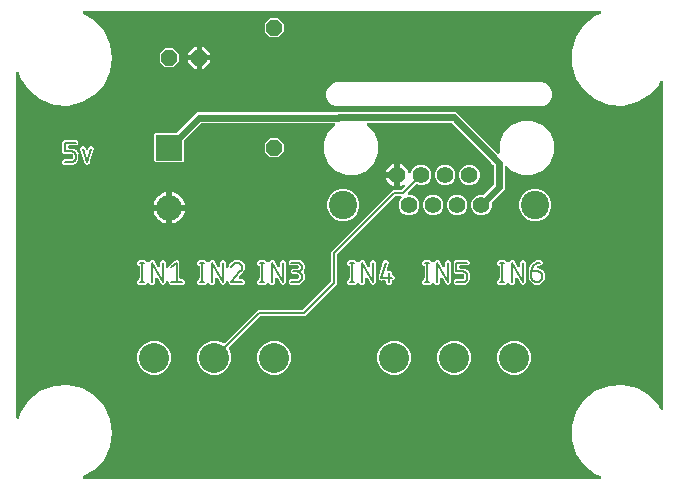
<source format=gbr>
G04 EAGLE Gerber RS-274X export*
G75*
%MOMM*%
%FSLAX34Y34*%
%LPD*%
%INTop Copper*%
%IPPOS*%
%AMOC8*
5,1,8,0,0,1.08239X$1,22.5*%
G01*
%ADD10C,0.152400*%
%ADD11C,1.422400*%
%ADD12C,2.400000*%
%ADD13C,2.540000*%
%ADD14R,2.184400X2.184400*%
%ADD15C,2.184400*%
%ADD16P,1.429621X8X292.500000*%
%ADD17P,1.429621X8X22.500000*%
%ADD18C,0.609600*%
%ADD19C,0.203200*%

G36*
X656825Y328941D02*
X656825Y328941D01*
X656906Y328941D01*
X656982Y328961D01*
X657059Y328971D01*
X657135Y329001D01*
X657214Y329021D01*
X657283Y329059D01*
X657355Y329088D01*
X657421Y329136D01*
X657493Y329175D01*
X657549Y329229D01*
X657612Y329274D01*
X657665Y329337D01*
X657724Y329393D01*
X657765Y329459D01*
X657815Y329519D01*
X657850Y329593D01*
X657894Y329662D01*
X657918Y329737D01*
X657951Y329807D01*
X657966Y329887D01*
X657991Y329965D01*
X657996Y330043D01*
X658011Y330120D01*
X658005Y330201D01*
X658010Y330282D01*
X657996Y330359D01*
X657991Y330437D01*
X657966Y330515D01*
X657950Y330595D01*
X657917Y330665D01*
X657893Y330739D01*
X657849Y330808D01*
X657814Y330882D01*
X657764Y330942D01*
X657723Y331008D01*
X657663Y331064D01*
X657611Y331127D01*
X657548Y331173D01*
X657491Y331226D01*
X657419Y331265D01*
X657353Y331313D01*
X657217Y331377D01*
X657212Y331380D01*
X657211Y331380D01*
X657208Y331382D01*
X652787Y333117D01*
X643319Y340667D01*
X636497Y350673D01*
X632927Y362245D01*
X632927Y374355D01*
X636497Y385927D01*
X643319Y395933D01*
X652787Y403483D01*
X664060Y407908D01*
X676136Y408813D01*
X687943Y406118D01*
X698430Y400063D01*
X706667Y391186D01*
X708026Y388363D01*
X708045Y388334D01*
X708058Y388302D01*
X708131Y388201D01*
X708199Y388096D01*
X708224Y388073D01*
X708244Y388045D01*
X708341Y387965D01*
X708433Y387880D01*
X708463Y387864D01*
X708489Y387842D01*
X708603Y387789D01*
X708713Y387729D01*
X708746Y387721D01*
X708777Y387707D01*
X708900Y387683D01*
X709022Y387653D01*
X709056Y387653D01*
X709090Y387647D01*
X709214Y387655D01*
X709340Y387656D01*
X709373Y387665D01*
X709407Y387667D01*
X709526Y387705D01*
X709647Y387737D01*
X709677Y387754D01*
X709709Y387765D01*
X709815Y387832D01*
X709924Y387893D01*
X709949Y387917D01*
X709978Y387935D01*
X710064Y388026D01*
X710155Y388113D01*
X710173Y388141D01*
X710196Y388166D01*
X710257Y388276D01*
X710323Y388382D01*
X710333Y388415D01*
X710350Y388445D01*
X710381Y388566D01*
X710419Y388686D01*
X710421Y388720D01*
X710429Y388753D01*
X710439Y388914D01*
X710439Y665186D01*
X710435Y665220D01*
X710437Y665254D01*
X710415Y665378D01*
X710399Y665502D01*
X710387Y665534D01*
X710381Y665567D01*
X710328Y665681D01*
X710282Y665798D01*
X710262Y665825D01*
X710248Y665856D01*
X710169Y665954D01*
X710096Y666055D01*
X710069Y666077D01*
X710048Y666103D01*
X709947Y666178D01*
X709851Y666258D01*
X709820Y666272D01*
X709792Y666293D01*
X709676Y666340D01*
X709563Y666393D01*
X709529Y666400D01*
X709498Y666413D01*
X709373Y666430D01*
X709251Y666453D01*
X709216Y666451D01*
X709182Y666456D01*
X709058Y666441D01*
X708933Y666433D01*
X708901Y666423D01*
X708867Y666419D01*
X708750Y666374D01*
X708631Y666335D01*
X708602Y666317D01*
X708570Y666305D01*
X708468Y666232D01*
X708362Y666165D01*
X708338Y666140D01*
X708311Y666120D01*
X708230Y666025D01*
X708144Y665934D01*
X708127Y665904D01*
X708105Y665877D01*
X708026Y665737D01*
X706667Y662914D01*
X698430Y654037D01*
X687943Y647982D01*
X676136Y645287D01*
X664060Y646192D01*
X652787Y650617D01*
X643319Y658167D01*
X636497Y668173D01*
X632927Y679745D01*
X632927Y691855D01*
X636497Y703427D01*
X643319Y713433D01*
X652787Y720983D01*
X657208Y722719D01*
X657279Y722758D01*
X657355Y722788D01*
X657418Y722833D01*
X657487Y722871D01*
X657546Y722927D01*
X657612Y722974D01*
X657662Y723035D01*
X657719Y723088D01*
X657763Y723157D01*
X657815Y723219D01*
X657848Y723290D01*
X657890Y723356D01*
X657916Y723433D01*
X657951Y723507D01*
X657965Y723584D01*
X657990Y723658D01*
X657995Y723739D01*
X658011Y723820D01*
X658006Y723897D01*
X658011Y723975D01*
X657996Y724056D01*
X657991Y724137D01*
X657967Y724211D01*
X657952Y724288D01*
X657918Y724362D01*
X657893Y724439D01*
X657851Y724505D01*
X657818Y724576D01*
X657766Y724639D01*
X657723Y724708D01*
X657666Y724762D01*
X657616Y724822D01*
X657550Y724870D01*
X657491Y724926D01*
X657423Y724964D01*
X657360Y725010D01*
X657284Y725040D01*
X657212Y725080D01*
X657137Y725099D01*
X657064Y725128D01*
X656983Y725139D01*
X656905Y725159D01*
X656754Y725169D01*
X656749Y725169D01*
X656747Y725169D01*
X656744Y725169D01*
X220093Y725169D01*
X219948Y725151D01*
X219803Y725136D01*
X219790Y725131D01*
X219777Y725129D01*
X219642Y725076D01*
X219505Y725025D01*
X219494Y725017D01*
X219481Y725012D01*
X219363Y724927D01*
X219244Y724844D01*
X219235Y724834D01*
X219224Y724826D01*
X219131Y724713D01*
X219036Y724603D01*
X219030Y724591D01*
X219021Y724581D01*
X218959Y724449D01*
X218894Y724318D01*
X218891Y724305D01*
X218886Y724293D01*
X218858Y724151D01*
X218828Y724007D01*
X218828Y723994D01*
X218826Y723981D01*
X218835Y723836D01*
X218841Y723690D01*
X218845Y723677D01*
X218846Y723663D01*
X218890Y723525D01*
X218933Y723385D01*
X218940Y723373D01*
X218944Y723361D01*
X219022Y723237D01*
X219097Y723113D01*
X219107Y723103D01*
X219114Y723092D01*
X219220Y722992D01*
X219324Y722890D01*
X219339Y722880D01*
X219345Y722874D01*
X219360Y722866D01*
X219458Y722801D01*
X228530Y717563D01*
X236767Y708686D01*
X242022Y697775D01*
X243826Y685800D01*
X242022Y673825D01*
X236767Y662914D01*
X228530Y654037D01*
X218043Y647982D01*
X206236Y645287D01*
X194160Y646192D01*
X182887Y650616D01*
X173419Y658167D01*
X166597Y668173D01*
X165043Y673211D01*
X164990Y673329D01*
X164942Y673448D01*
X164924Y673473D01*
X164912Y673501D01*
X164831Y673601D01*
X164756Y673705D01*
X164732Y673725D01*
X164713Y673749D01*
X164610Y673826D01*
X164511Y673908D01*
X164483Y673921D01*
X164458Y673940D01*
X164339Y673989D01*
X164223Y674044D01*
X164193Y674050D01*
X164165Y674061D01*
X164037Y674079D01*
X163910Y674104D01*
X163880Y674102D01*
X163850Y674106D01*
X163721Y674092D01*
X163593Y674084D01*
X163564Y674074D01*
X163534Y674071D01*
X163413Y674025D01*
X163291Y673986D01*
X163265Y673969D01*
X163236Y673959D01*
X163131Y673885D01*
X163022Y673816D01*
X163001Y673793D01*
X162976Y673776D01*
X162892Y673678D01*
X162804Y673584D01*
X162789Y673557D01*
X162769Y673534D01*
X162713Y673419D01*
X162650Y673306D01*
X162643Y673276D01*
X162629Y673248D01*
X162603Y673122D01*
X162571Y672998D01*
X162568Y672954D01*
X162565Y672937D01*
X162566Y672915D01*
X162561Y672837D01*
X162561Y381263D01*
X162577Y381135D01*
X162587Y381007D01*
X162597Y380978D01*
X162601Y380948D01*
X162648Y380828D01*
X162690Y380706D01*
X162706Y380680D01*
X162718Y380652D01*
X162793Y380548D01*
X162864Y380440D01*
X162886Y380419D01*
X162904Y380395D01*
X163004Y380312D01*
X163099Y380226D01*
X163126Y380211D01*
X163149Y380192D01*
X163266Y380137D01*
X163380Y380076D01*
X163410Y380069D01*
X163437Y380056D01*
X163563Y380032D01*
X163689Y380002D01*
X163719Y380002D01*
X163749Y379996D01*
X163878Y380004D01*
X164007Y380006D01*
X164036Y380014D01*
X164067Y380016D01*
X164189Y380056D01*
X164314Y380090D01*
X164340Y380105D01*
X164369Y380114D01*
X164478Y380183D01*
X164590Y380247D01*
X164612Y380268D01*
X164638Y380284D01*
X164727Y380378D01*
X164819Y380468D01*
X164835Y380494D01*
X164856Y380516D01*
X164918Y380629D01*
X164986Y380738D01*
X165001Y380780D01*
X165010Y380794D01*
X165015Y380815D01*
X165043Y380889D01*
X166597Y385927D01*
X173419Y395933D01*
X182887Y403484D01*
X194160Y407908D01*
X206236Y408813D01*
X218043Y406118D01*
X228530Y400063D01*
X236767Y391186D01*
X242022Y380275D01*
X243826Y368300D01*
X242022Y356325D01*
X236767Y345414D01*
X228530Y336537D01*
X219458Y331299D01*
X219342Y331211D01*
X219224Y331126D01*
X219215Y331115D01*
X219205Y331107D01*
X219114Y330993D01*
X219021Y330881D01*
X219015Y330868D01*
X219007Y330858D01*
X218947Y330724D01*
X218886Y330593D01*
X218883Y330580D01*
X218878Y330567D01*
X218853Y330423D01*
X218826Y330281D01*
X218827Y330267D01*
X218824Y330254D01*
X218837Y330108D01*
X218846Y329963D01*
X218850Y329950D01*
X218851Y329937D01*
X218899Y329799D01*
X218944Y329661D01*
X218951Y329649D01*
X218955Y329636D01*
X219036Y329515D01*
X219114Y329392D01*
X219124Y329383D01*
X219131Y329371D01*
X219239Y329274D01*
X219345Y329174D01*
X219357Y329167D01*
X219367Y329158D01*
X219496Y329091D01*
X219624Y329020D01*
X219637Y329017D01*
X219649Y329011D01*
X219791Y328977D01*
X219932Y328941D01*
X219950Y328940D01*
X219959Y328938D01*
X219976Y328938D01*
X220093Y328931D01*
X656744Y328931D01*
X656825Y328941D01*
G37*
%LPC*%
G36*
X554682Y552563D02*
X554682Y552563D01*
X551508Y553878D01*
X549078Y556308D01*
X547763Y559482D01*
X547763Y562918D01*
X549078Y566092D01*
X551508Y568522D01*
X554682Y569837D01*
X558044Y569837D01*
X558142Y569849D01*
X558241Y569852D01*
X558300Y569869D01*
X558360Y569877D01*
X558452Y569913D01*
X558547Y569941D01*
X558599Y569971D01*
X558655Y569994D01*
X558735Y570052D01*
X558821Y570102D01*
X558896Y570168D01*
X558913Y570180D01*
X558921Y570190D01*
X558942Y570208D01*
X566556Y577822D01*
X566616Y577901D01*
X566684Y577973D01*
X566713Y578026D01*
X566750Y578074D01*
X566790Y578165D01*
X566838Y578251D01*
X566853Y578310D01*
X566877Y578365D01*
X566892Y578463D01*
X566917Y578559D01*
X566923Y578659D01*
X566927Y578680D01*
X566925Y578692D01*
X566927Y578720D01*
X566927Y594070D01*
X566915Y594168D01*
X566912Y594267D01*
X566895Y594325D01*
X566887Y594386D01*
X566851Y594478D01*
X566823Y594573D01*
X566793Y594625D01*
X566770Y594681D01*
X566712Y594761D01*
X566662Y594847D01*
X566596Y594922D01*
X566584Y594939D01*
X566574Y594946D01*
X566556Y594967D01*
X564556Y596967D01*
X564554Y597035D01*
X564537Y597094D01*
X564529Y597154D01*
X564493Y597246D01*
X564465Y597341D01*
X564435Y597393D01*
X564412Y597449D01*
X564354Y597529D01*
X564304Y597615D01*
X564238Y597690D01*
X564226Y597707D01*
X564216Y597715D01*
X564198Y597736D01*
X531320Y630614D01*
X531241Y630674D01*
X531169Y630742D01*
X531116Y630771D01*
X531068Y630808D01*
X530977Y630848D01*
X530891Y630896D01*
X530832Y630911D01*
X530777Y630935D01*
X530679Y630950D01*
X530583Y630975D01*
X530483Y630981D01*
X530462Y630985D01*
X530450Y630983D01*
X530422Y630985D01*
X460380Y630985D01*
X460242Y630968D01*
X460103Y630955D01*
X460084Y630948D01*
X460064Y630945D01*
X459935Y630894D01*
X459804Y630847D01*
X459787Y630836D01*
X459768Y630828D01*
X459656Y630747D01*
X459541Y630669D01*
X459527Y630653D01*
X459511Y630642D01*
X459422Y630534D01*
X459330Y630430D01*
X459321Y630412D01*
X459308Y630397D01*
X459249Y630271D01*
X459186Y630147D01*
X459181Y630127D01*
X459173Y630109D01*
X459147Y629973D01*
X459116Y629837D01*
X459117Y629816D01*
X459113Y629797D01*
X459122Y629658D01*
X459126Y629519D01*
X459131Y629499D01*
X459133Y629479D01*
X459175Y629347D01*
X459214Y629213D01*
X459224Y629196D01*
X459231Y629177D01*
X459305Y629059D01*
X459376Y628939D01*
X459394Y628918D01*
X459401Y628908D01*
X459416Y628894D01*
X459482Y628819D01*
X465723Y622578D01*
X469211Y614157D01*
X469211Y605043D01*
X465723Y596622D01*
X459278Y590177D01*
X450857Y586689D01*
X441743Y586689D01*
X433322Y590177D01*
X426877Y596622D01*
X423389Y605043D01*
X423389Y614157D01*
X426877Y622578D01*
X432560Y628261D01*
X432645Y628370D01*
X432734Y628477D01*
X432742Y628496D01*
X432755Y628512D01*
X432810Y628640D01*
X432869Y628765D01*
X432873Y628785D01*
X432881Y628804D01*
X432903Y628942D01*
X432929Y629078D01*
X432928Y629098D01*
X432931Y629118D01*
X432918Y629257D01*
X432909Y629395D01*
X432903Y629414D01*
X432901Y629434D01*
X432854Y629566D01*
X432811Y629697D01*
X432800Y629715D01*
X432794Y629734D01*
X432716Y629849D01*
X432641Y629966D01*
X432626Y629980D01*
X432615Y629997D01*
X432511Y630089D01*
X432410Y630184D01*
X432392Y630194D01*
X432377Y630207D01*
X432252Y630271D01*
X432131Y630338D01*
X432111Y630343D01*
X432093Y630352D01*
X431958Y630382D01*
X431823Y630417D01*
X431795Y630419D01*
X431783Y630422D01*
X431763Y630421D01*
X431662Y630427D01*
X319920Y630427D01*
X319822Y630415D01*
X319723Y630412D01*
X319664Y630395D01*
X319604Y630387D01*
X319512Y630351D01*
X319417Y630323D01*
X319365Y630293D01*
X319309Y630270D01*
X319229Y630212D01*
X319143Y630162D01*
X319068Y630096D01*
X319051Y630084D01*
X319043Y630074D01*
X319022Y630056D01*
X304918Y615952D01*
X304858Y615873D01*
X304790Y615801D01*
X304761Y615748D01*
X304724Y615700D01*
X304684Y615609D01*
X304636Y615523D01*
X304621Y615464D01*
X304597Y615409D01*
X304582Y615311D01*
X304557Y615215D01*
X304551Y615115D01*
X304547Y615094D01*
X304549Y615082D01*
X304547Y615054D01*
X304547Y598046D01*
X303654Y597153D01*
X280546Y597153D01*
X279653Y598046D01*
X279653Y621154D01*
X280546Y622047D01*
X297554Y622047D01*
X297652Y622059D01*
X297751Y622062D01*
X297810Y622079D01*
X297870Y622087D01*
X297962Y622123D01*
X298057Y622151D01*
X298109Y622181D01*
X298165Y622204D01*
X298245Y622262D01*
X298331Y622312D01*
X298406Y622378D01*
X298423Y622390D01*
X298431Y622400D01*
X298452Y622418D01*
X315606Y639573D01*
X432570Y639573D01*
X432668Y639585D01*
X432767Y639588D01*
X432825Y639605D01*
X432886Y639613D01*
X432978Y639649D01*
X433073Y639677D01*
X433125Y639707D01*
X433181Y639730D01*
X433261Y639788D01*
X433347Y639838D01*
X433422Y639904D01*
X433439Y639916D01*
X433446Y639926D01*
X433467Y639944D01*
X433654Y640131D01*
X534736Y640131D01*
X570023Y604844D01*
X570132Y604759D01*
X570239Y604670D01*
X570258Y604662D01*
X570274Y604649D01*
X570402Y604594D01*
X570527Y604535D01*
X570547Y604531D01*
X570566Y604523D01*
X570704Y604501D01*
X570840Y604475D01*
X570860Y604476D01*
X570880Y604473D01*
X571019Y604486D01*
X571157Y604495D01*
X571176Y604501D01*
X571196Y604503D01*
X571328Y604550D01*
X571459Y604593D01*
X571477Y604604D01*
X571496Y604611D01*
X571611Y604689D01*
X571728Y604763D01*
X571742Y604778D01*
X571759Y604789D01*
X571851Y604893D01*
X571946Y604995D01*
X571956Y605012D01*
X571969Y605028D01*
X572033Y605151D01*
X572100Y605273D01*
X572105Y605293D01*
X572114Y605311D01*
X572144Y605447D01*
X572179Y605581D01*
X572181Y605609D01*
X572184Y605621D01*
X572183Y605642D01*
X572189Y605742D01*
X572189Y614157D01*
X575677Y622578D01*
X582122Y629023D01*
X590543Y632511D01*
X599657Y632511D01*
X608078Y629023D01*
X614523Y622578D01*
X618011Y614157D01*
X618011Y605043D01*
X614523Y596622D01*
X608078Y590177D01*
X599657Y586689D01*
X590543Y586689D01*
X582122Y590177D01*
X578239Y594060D01*
X578130Y594145D01*
X578023Y594234D01*
X578004Y594242D01*
X577988Y594255D01*
X577860Y594310D01*
X577735Y594369D01*
X577715Y594373D01*
X577696Y594381D01*
X577558Y594403D01*
X577422Y594429D01*
X577402Y594428D01*
X577382Y594431D01*
X577243Y594418D01*
X577105Y594409D01*
X577086Y594403D01*
X577066Y594401D01*
X576934Y594354D01*
X576803Y594311D01*
X576785Y594300D01*
X576766Y594294D01*
X576651Y594216D01*
X576534Y594141D01*
X576520Y594126D01*
X576503Y594115D01*
X576411Y594011D01*
X576316Y593910D01*
X576306Y593892D01*
X576293Y593877D01*
X576229Y593752D01*
X576162Y593631D01*
X576157Y593611D01*
X576148Y593593D01*
X576118Y593458D01*
X576083Y593323D01*
X576081Y593295D01*
X576078Y593283D01*
X576079Y593263D01*
X576073Y593162D01*
X576073Y574406D01*
X565408Y563742D01*
X565348Y563663D01*
X565280Y563591D01*
X565251Y563538D01*
X565214Y563490D01*
X565174Y563399D01*
X565126Y563313D01*
X565111Y563254D01*
X565087Y563199D01*
X565072Y563101D01*
X565047Y563005D01*
X565041Y562905D01*
X565037Y562884D01*
X565039Y562872D01*
X565037Y562844D01*
X565037Y559482D01*
X563722Y556308D01*
X561292Y553878D01*
X558118Y552563D01*
X554682Y552563D01*
G37*
%LPD*%
%LPC*%
G36*
X433359Y644639D02*
X433359Y644639D01*
X429624Y646186D01*
X426766Y649044D01*
X425219Y652779D01*
X425219Y656821D01*
X426766Y660556D01*
X429624Y663414D01*
X433359Y664961D01*
X608041Y664961D01*
X611776Y663414D01*
X614634Y660556D01*
X616181Y656821D01*
X616181Y652779D01*
X614634Y649044D01*
X611776Y646186D01*
X608041Y644639D01*
X433359Y644639D01*
G37*
%LPD*%
%LPC*%
G36*
X327370Y417575D02*
X327370Y417575D01*
X322142Y419741D01*
X318141Y423742D01*
X315975Y428970D01*
X315975Y434630D01*
X318141Y439858D01*
X322142Y443859D01*
X327370Y446025D01*
X333030Y446025D01*
X337763Y444064D01*
X337791Y444056D01*
X337818Y444043D01*
X337944Y444014D01*
X338070Y443980D01*
X338099Y443980D01*
X338128Y443973D01*
X338258Y443977D01*
X338388Y443975D01*
X338416Y443982D01*
X338446Y443983D01*
X338570Y444019D01*
X338697Y444049D01*
X338723Y444063D01*
X338751Y444071D01*
X338863Y444137D01*
X338978Y444198D01*
X339000Y444218D01*
X339025Y444233D01*
X339146Y444339D01*
X367248Y472441D01*
X404822Y472441D01*
X404920Y472453D01*
X405019Y472456D01*
X405077Y472473D01*
X405137Y472481D01*
X405229Y472517D01*
X405325Y472545D01*
X405377Y472575D01*
X405433Y472598D01*
X405513Y472656D01*
X405598Y472706D01*
X405674Y472772D01*
X405690Y472784D01*
X405698Y472794D01*
X405719Y472812D01*
X428888Y495981D01*
X428948Y496059D01*
X429016Y496131D01*
X429045Y496184D01*
X429082Y496232D01*
X429122Y496323D01*
X429170Y496410D01*
X429185Y496468D01*
X429209Y496524D01*
X429224Y496622D01*
X429249Y496717D01*
X429255Y496818D01*
X429259Y496838D01*
X429257Y496850D01*
X429259Y496878D01*
X429259Y521752D01*
X481548Y574041D01*
X488722Y574041D01*
X488820Y574053D01*
X488919Y574056D01*
X488977Y574073D01*
X489037Y574081D01*
X489129Y574117D01*
X489225Y574145D01*
X489277Y574175D01*
X489333Y574198D01*
X489413Y574256D01*
X489498Y574306D01*
X489574Y574372D01*
X489590Y574384D01*
X489598Y574394D01*
X489619Y574412D01*
X491512Y576305D01*
X491585Y576400D01*
X491664Y576489D01*
X491682Y576525D01*
X491707Y576557D01*
X491755Y576666D01*
X491809Y576772D01*
X491818Y576812D01*
X491833Y576848D01*
X491852Y576966D01*
X491878Y577083D01*
X491877Y577123D01*
X491883Y577163D01*
X491872Y577282D01*
X491868Y577401D01*
X491857Y577439D01*
X491853Y577479D01*
X491813Y577592D01*
X491780Y577706D01*
X491759Y577741D01*
X491746Y577778D01*
X491679Y577877D01*
X491618Y577980D01*
X491590Y578008D01*
X491567Y578042D01*
X491478Y578121D01*
X491393Y578205D01*
X491359Y578225D01*
X491329Y578252D01*
X491222Y578306D01*
X491120Y578367D01*
X491081Y578378D01*
X491046Y578397D01*
X490929Y578423D01*
X490815Y578456D01*
X490774Y578458D01*
X490735Y578466D01*
X490616Y578463D01*
X490497Y578467D01*
X490458Y578458D01*
X490417Y578457D01*
X490303Y578423D01*
X490186Y578398D01*
X490131Y578374D01*
X490112Y578368D01*
X490094Y578358D01*
X490038Y578334D01*
X488705Y577654D01*
X487260Y577185D01*
X487249Y577183D01*
X487249Y585620D01*
X487234Y585738D01*
X487227Y585857D01*
X487214Y585895D01*
X487209Y585935D01*
X487166Y586046D01*
X487129Y586159D01*
X487107Y586193D01*
X487092Y586231D01*
X487023Y586327D01*
X486959Y586428D01*
X486929Y586456D01*
X486906Y586488D01*
X486814Y586564D01*
X486780Y586596D01*
X486788Y586601D01*
X486816Y586631D01*
X486849Y586655D01*
X486925Y586746D01*
X487006Y586833D01*
X487026Y586868D01*
X487051Y586900D01*
X487102Y587007D01*
X487160Y587112D01*
X487170Y587151D01*
X487187Y587187D01*
X487209Y587304D01*
X487239Y587420D01*
X487243Y587480D01*
X487247Y587500D01*
X487245Y587520D01*
X487249Y587580D01*
X487249Y596017D01*
X487260Y596015D01*
X488705Y595546D01*
X490059Y594856D01*
X490621Y594447D01*
X490622Y594447D01*
X491288Y593963D01*
X492363Y592888D01*
X493256Y591659D01*
X493946Y590305D01*
X494415Y588860D01*
X494423Y588812D01*
X494459Y588688D01*
X494489Y588562D01*
X494503Y588536D01*
X494511Y588507D01*
X494577Y588396D01*
X494638Y588281D01*
X494658Y588259D01*
X494673Y588233D01*
X494764Y588142D01*
X494852Y588046D01*
X494877Y588029D01*
X494898Y588008D01*
X495009Y587942D01*
X495117Y587871D01*
X495146Y587861D01*
X495172Y587846D01*
X495296Y587810D01*
X495418Y587768D01*
X495448Y587765D01*
X495477Y587757D01*
X495606Y587753D01*
X495735Y587743D01*
X495765Y587748D01*
X495795Y587747D01*
X495921Y587775D01*
X496048Y587797D01*
X496076Y587809D01*
X496105Y587816D01*
X496221Y587875D01*
X496338Y587928D01*
X496362Y587946D01*
X496389Y587960D01*
X496486Y588046D01*
X496587Y588126D01*
X496605Y588150D01*
X496628Y588170D01*
X496700Y588277D01*
X496778Y588380D01*
X496797Y588419D01*
X496807Y588433D01*
X496814Y588454D01*
X496849Y588525D01*
X498078Y591492D01*
X500508Y593922D01*
X503682Y595237D01*
X507118Y595237D01*
X510292Y593922D01*
X512722Y591492D01*
X514037Y588318D01*
X514037Y584882D01*
X512722Y581708D01*
X510292Y579278D01*
X507118Y577963D01*
X503682Y577963D01*
X502114Y578613D01*
X502086Y578621D01*
X502059Y578634D01*
X501932Y578662D01*
X501807Y578697D01*
X501778Y578697D01*
X501749Y578704D01*
X501619Y578700D01*
X501489Y578702D01*
X501461Y578695D01*
X501431Y578694D01*
X501306Y578658D01*
X501180Y578628D01*
X501154Y578614D01*
X501126Y578606D01*
X501014Y578540D01*
X500899Y578479D01*
X500877Y578459D01*
X500852Y578444D01*
X500731Y578338D01*
X494397Y572003D01*
X494311Y571894D01*
X494223Y571787D01*
X494214Y571768D01*
X494202Y571752D01*
X494146Y571623D01*
X494087Y571499D01*
X494083Y571479D01*
X494075Y571460D01*
X494053Y571322D01*
X494027Y571186D01*
X494029Y571166D01*
X494025Y571146D01*
X494039Y571007D01*
X494047Y570869D01*
X494053Y570850D01*
X494055Y570830D01*
X494102Y570698D01*
X494145Y570567D01*
X494156Y570549D01*
X494163Y570530D01*
X494241Y570415D01*
X494315Y570298D01*
X494330Y570284D01*
X494341Y570267D01*
X494446Y570175D01*
X494547Y570080D01*
X494565Y570070D01*
X494580Y570057D01*
X494704Y569993D01*
X494825Y569926D01*
X494845Y569921D01*
X494863Y569912D01*
X494999Y569882D01*
X495133Y569847D01*
X495161Y569845D01*
X495173Y569842D01*
X495194Y569843D01*
X495294Y569837D01*
X496918Y569837D01*
X500092Y568522D01*
X502522Y566092D01*
X503837Y562918D01*
X503837Y559482D01*
X502522Y556308D01*
X500092Y553878D01*
X496918Y552563D01*
X493482Y552563D01*
X490308Y553878D01*
X487878Y556308D01*
X486563Y559482D01*
X486563Y562918D01*
X487878Y566092D01*
X488578Y566793D01*
X488663Y566902D01*
X488752Y567009D01*
X488761Y567028D01*
X488773Y567044D01*
X488829Y567172D01*
X488888Y567297D01*
X488892Y567317D01*
X488900Y567336D01*
X488922Y567474D01*
X488948Y567610D01*
X488946Y567630D01*
X488949Y567650D01*
X488936Y567789D01*
X488928Y567927D01*
X488922Y567946D01*
X488920Y567966D01*
X488873Y568097D01*
X488830Y568229D01*
X488819Y568247D01*
X488812Y568266D01*
X488734Y568380D01*
X488660Y568498D01*
X488645Y568512D01*
X488633Y568529D01*
X488529Y568621D01*
X488428Y568716D01*
X488410Y568726D01*
X488395Y568739D01*
X488271Y568802D01*
X488149Y568870D01*
X488130Y568875D01*
X488112Y568884D01*
X487976Y568914D01*
X487842Y568949D01*
X487814Y568951D01*
X487802Y568954D01*
X487781Y568953D01*
X487681Y568959D01*
X484178Y568959D01*
X484080Y568947D01*
X483981Y568944D01*
X483923Y568927D01*
X483863Y568919D01*
X483771Y568883D01*
X483675Y568855D01*
X483623Y568825D01*
X483567Y568802D01*
X483487Y568744D01*
X483402Y568694D01*
X483326Y568628D01*
X483310Y568616D01*
X483302Y568606D01*
X483281Y568588D01*
X434712Y520019D01*
X434652Y519941D01*
X434584Y519869D01*
X434555Y519816D01*
X434518Y519768D01*
X434478Y519677D01*
X434430Y519590D01*
X434415Y519532D01*
X434391Y519476D01*
X434376Y519378D01*
X434351Y519283D01*
X434345Y519182D01*
X434341Y519162D01*
X434343Y519150D01*
X434341Y519122D01*
X434341Y494248D01*
X407452Y467359D01*
X369878Y467359D01*
X369780Y467347D01*
X369681Y467344D01*
X369623Y467327D01*
X369563Y467319D01*
X369471Y467283D01*
X369375Y467255D01*
X369323Y467225D01*
X369267Y467202D01*
X369187Y467144D01*
X369102Y467094D01*
X369026Y467028D01*
X369010Y467016D01*
X369002Y467006D01*
X368981Y466988D01*
X342739Y440746D01*
X342721Y440723D01*
X342699Y440704D01*
X342624Y440597D01*
X342544Y440495D01*
X342533Y440468D01*
X342516Y440444D01*
X342470Y440322D01*
X342418Y440203D01*
X342413Y440174D01*
X342403Y440146D01*
X342388Y440017D01*
X342368Y439889D01*
X342371Y439859D01*
X342368Y439830D01*
X342386Y439702D01*
X342398Y439572D01*
X342408Y439544D01*
X342412Y439515D01*
X342464Y439363D01*
X344425Y434630D01*
X344425Y428970D01*
X342259Y423742D01*
X338258Y419741D01*
X333030Y417575D01*
X327370Y417575D01*
G37*
%LPD*%
%LPC*%
G36*
X337460Y493726D02*
X337460Y493726D01*
X337366Y493741D01*
X337272Y493765D01*
X337165Y493772D01*
X337146Y493775D01*
X337136Y493774D01*
X337112Y493775D01*
X336663Y493775D01*
X336644Y493793D01*
X336579Y493844D01*
X336521Y493901D01*
X336455Y493941D01*
X336393Y493988D01*
X336318Y494021D01*
X336247Y494062D01*
X336106Y494113D01*
X336101Y494115D01*
X336099Y494115D01*
X336096Y494116D01*
X336071Y494123D01*
X335853Y494516D01*
X335796Y494594D01*
X335747Y494676D01*
X335676Y494757D01*
X335665Y494773D01*
X335656Y494779D01*
X335641Y494797D01*
X335323Y495115D01*
X335323Y495141D01*
X335313Y495222D01*
X335313Y495304D01*
X335293Y495379D01*
X335283Y495456D01*
X335253Y495532D01*
X335232Y495612D01*
X335168Y495747D01*
X335166Y495752D01*
X335165Y495753D01*
X335163Y495757D01*
X333244Y499211D01*
X333152Y499337D01*
X333060Y499464D01*
X333058Y499466D01*
X333056Y499468D01*
X332935Y499567D01*
X332815Y499666D01*
X332813Y499668D01*
X332810Y499670D01*
X332667Y499736D01*
X332528Y499802D01*
X332525Y499802D01*
X332522Y499804D01*
X332363Y499833D01*
X332215Y499862D01*
X332212Y499862D01*
X332209Y499862D01*
X332050Y499851D01*
X331898Y499842D01*
X331895Y499841D01*
X331892Y499841D01*
X331742Y499791D01*
X331595Y499744D01*
X331593Y499742D01*
X331590Y499741D01*
X331460Y499659D01*
X331327Y499574D01*
X331324Y499572D01*
X331322Y499570D01*
X331215Y499455D01*
X331109Y499342D01*
X331107Y499340D01*
X331105Y499337D01*
X331030Y499199D01*
X330955Y499064D01*
X330954Y499061D01*
X330953Y499058D01*
X330914Y498903D01*
X330876Y498756D01*
X330875Y498752D01*
X330875Y498750D01*
X330875Y498744D01*
X330865Y498595D01*
X330865Y495115D01*
X329526Y493775D01*
X327631Y493775D01*
X326124Y495283D01*
X326030Y495356D01*
X325941Y495434D01*
X325905Y495453D01*
X325873Y495478D01*
X325763Y495525D01*
X325657Y495579D01*
X325618Y495588D01*
X325581Y495604D01*
X325463Y495623D01*
X325347Y495649D01*
X325307Y495647D01*
X325267Y495654D01*
X325148Y495643D01*
X325029Y495639D01*
X324990Y495628D01*
X324950Y495624D01*
X324838Y495584D01*
X324724Y495551D01*
X324689Y495530D01*
X324651Y495516D01*
X324552Y495449D01*
X324450Y495389D01*
X324405Y495349D01*
X324388Y495338D01*
X324374Y495323D01*
X324329Y495283D01*
X322822Y493775D01*
X317315Y493775D01*
X315975Y495115D01*
X315975Y497009D01*
X317410Y498444D01*
X317470Y498522D01*
X317538Y498594D01*
X317568Y498647D01*
X317605Y498695D01*
X317644Y498786D01*
X317692Y498873D01*
X317707Y498931D01*
X317731Y498987D01*
X317747Y499085D01*
X317771Y499180D01*
X317778Y499281D01*
X317781Y499301D01*
X317780Y499313D01*
X317781Y499341D01*
X317781Y509039D01*
X317769Y509137D01*
X317766Y509236D01*
X317749Y509294D01*
X317742Y509354D01*
X317705Y509446D01*
X317678Y509542D01*
X317647Y509594D01*
X317625Y509650D01*
X317566Y509730D01*
X317516Y509815D01*
X317450Y509891D01*
X317438Y509907D01*
X317428Y509915D01*
X317410Y509936D01*
X315975Y511371D01*
X315975Y513265D01*
X317315Y514605D01*
X322822Y514605D01*
X324329Y513097D01*
X324423Y513024D01*
X324512Y512946D01*
X324548Y512927D01*
X324580Y512902D01*
X324690Y512855D01*
X324796Y512801D01*
X324835Y512792D01*
X324872Y512776D01*
X324990Y512757D01*
X325106Y512731D01*
X325146Y512733D01*
X325186Y512726D01*
X325305Y512737D01*
X325424Y512741D01*
X325463Y512752D01*
X325503Y512756D01*
X325615Y512796D01*
X325729Y512829D01*
X325764Y512850D01*
X325802Y512864D01*
X325901Y512930D01*
X326003Y512991D01*
X326048Y513031D01*
X326065Y513042D01*
X326079Y513057D01*
X326124Y513097D01*
X326310Y513283D01*
X326361Y513348D01*
X326418Y513406D01*
X326457Y513473D01*
X326505Y513535D01*
X326538Y513610D01*
X326579Y513681D01*
X326629Y513821D01*
X326631Y513827D01*
X326632Y513829D01*
X326633Y513832D01*
X326640Y513857D01*
X327033Y514075D01*
X327110Y514132D01*
X327193Y514181D01*
X327274Y514252D01*
X327289Y514263D01*
X327296Y514271D01*
X327314Y514287D01*
X327631Y514605D01*
X327657Y514605D01*
X327738Y514615D01*
X327820Y514615D01*
X327896Y514635D01*
X327973Y514645D01*
X328049Y514675D01*
X328128Y514695D01*
X328264Y514760D01*
X328268Y514762D01*
X328270Y514763D01*
X328274Y514764D01*
X328296Y514777D01*
X328728Y514654D01*
X328823Y514639D01*
X328916Y514615D01*
X329023Y514608D01*
X329042Y514605D01*
X329053Y514606D01*
X329077Y514605D01*
X329526Y514605D01*
X329544Y514587D01*
X329609Y514536D01*
X329667Y514479D01*
X329734Y514439D01*
X329795Y514392D01*
X329871Y514359D01*
X329941Y514318D01*
X330082Y514267D01*
X330087Y514265D01*
X330089Y514265D01*
X330093Y514264D01*
X330118Y514257D01*
X330336Y513864D01*
X330393Y513786D01*
X330441Y513704D01*
X330512Y513623D01*
X330524Y513607D01*
X330532Y513601D01*
X330548Y513583D01*
X330865Y513265D01*
X330865Y513239D01*
X330876Y513158D01*
X330876Y513076D01*
X330896Y513001D01*
X330905Y512924D01*
X330935Y512848D01*
X330956Y512768D01*
X331020Y512633D01*
X331022Y512628D01*
X331023Y512627D01*
X331025Y512623D01*
X332944Y509169D01*
X333039Y509039D01*
X333128Y508916D01*
X333131Y508914D01*
X333132Y508912D01*
X333253Y508813D01*
X333373Y508714D01*
X333376Y508712D01*
X333378Y508710D01*
X333523Y508643D01*
X333661Y508578D01*
X333664Y508578D01*
X333667Y508576D01*
X333825Y508547D01*
X333973Y508518D01*
X333976Y508518D01*
X333979Y508518D01*
X334139Y508529D01*
X334291Y508538D01*
X334293Y508539D01*
X334297Y508539D01*
X334447Y508589D01*
X334593Y508636D01*
X334596Y508638D01*
X334599Y508639D01*
X334728Y508721D01*
X334862Y508806D01*
X334864Y508808D01*
X334866Y508810D01*
X334970Y508921D01*
X335080Y509038D01*
X335081Y509040D01*
X335083Y509043D01*
X335159Y509181D01*
X335233Y509316D01*
X335234Y509319D01*
X335236Y509322D01*
X335275Y509476D01*
X335313Y509624D01*
X335313Y509628D01*
X335314Y509630D01*
X335314Y509636D01*
X335323Y509785D01*
X335323Y513265D01*
X336663Y514605D01*
X338557Y514605D01*
X339897Y513265D01*
X339897Y509239D01*
X339912Y509120D01*
X339919Y509000D01*
X339931Y508962D01*
X339936Y508923D01*
X339980Y508812D01*
X340018Y508697D01*
X340039Y508664D01*
X340053Y508627D01*
X340124Y508530D01*
X340188Y508429D01*
X340217Y508402D01*
X340240Y508370D01*
X340333Y508293D01*
X340420Y508211D01*
X340455Y508192D01*
X340485Y508167D01*
X340594Y508116D01*
X340699Y508058D01*
X340737Y508048D01*
X340773Y508032D01*
X340891Y508009D01*
X341007Y507979D01*
X341047Y507979D01*
X341085Y507972D01*
X341205Y507979D01*
X341325Y507979D01*
X341363Y507989D01*
X341403Y507992D01*
X341517Y508029D01*
X341633Y508058D01*
X341668Y508077D01*
X341705Y508090D01*
X341807Y508154D01*
X341912Y508212D01*
X341940Y508239D01*
X341974Y508260D01*
X342056Y508347D01*
X342144Y508429D01*
X342165Y508463D01*
X342192Y508491D01*
X342250Y508596D01*
X342314Y508698D01*
X342336Y508752D01*
X342345Y508770D01*
X342350Y508790D01*
X342373Y508848D01*
X342555Y509410D01*
X343048Y510930D01*
X345183Y513305D01*
X348101Y514605D01*
X351400Y514605D01*
X354347Y512903D01*
X356049Y509956D01*
X356049Y506889D01*
X354973Y504379D01*
X354120Y503567D01*
X354109Y503553D01*
X354029Y503469D01*
X351453Y500440D01*
X351405Y500366D01*
X351349Y500299D01*
X351319Y500234D01*
X351279Y500174D01*
X351251Y500090D01*
X351214Y500011D01*
X351200Y499941D01*
X351177Y499873D01*
X351170Y499785D01*
X351154Y499698D01*
X351158Y499627D01*
X351153Y499556D01*
X351168Y499469D01*
X351174Y499381D01*
X351196Y499313D01*
X351208Y499242D01*
X351245Y499162D01*
X351272Y499079D01*
X351310Y499018D01*
X351340Y498953D01*
X351395Y498884D01*
X351442Y498810D01*
X351494Y498761D01*
X351539Y498705D01*
X351609Y498652D01*
X351673Y498592D01*
X351736Y498557D01*
X351794Y498514D01*
X351875Y498481D01*
X351952Y498438D01*
X352021Y498421D01*
X352088Y498393D01*
X352175Y498381D01*
X352260Y498359D01*
X352389Y498351D01*
X352402Y498349D01*
X352408Y498350D01*
X352421Y498349D01*
X354709Y498349D01*
X356049Y497009D01*
X356049Y495115D01*
X354709Y493775D01*
X344875Y493775D01*
X344853Y493773D01*
X344773Y493771D01*
X343862Y493697D01*
X343216Y494343D01*
X343199Y494356D01*
X343140Y494413D01*
X342444Y495005D01*
X342444Y495596D01*
X342426Y495738D01*
X342412Y495880D01*
X342406Y495895D01*
X342404Y495912D01*
X342352Y496044D01*
X342303Y496178D01*
X342293Y496192D01*
X342287Y496208D01*
X342204Y496323D01*
X342123Y496440D01*
X342110Y496451D01*
X342101Y496465D01*
X341990Y496556D01*
X341883Y496650D01*
X341868Y496657D01*
X341856Y496668D01*
X341727Y496728D01*
X341599Y496793D01*
X341583Y496796D01*
X341568Y496803D01*
X341428Y496830D01*
X341289Y496861D01*
X341272Y496860D01*
X341255Y496863D01*
X341114Y496854D01*
X340971Y496849D01*
X340955Y496844D01*
X340938Y496843D01*
X340803Y496799D01*
X340666Y496759D01*
X340651Y496750D01*
X340636Y496745D01*
X340515Y496669D01*
X340393Y496596D01*
X340381Y496584D01*
X340367Y496575D01*
X340269Y496471D01*
X340169Y496370D01*
X340160Y496356D01*
X340149Y496343D01*
X340080Y496219D01*
X340008Y496096D01*
X340000Y496074D01*
X339995Y496065D01*
X339991Y496047D01*
X339954Y495944D01*
X339945Y495912D01*
X339931Y495817D01*
X339907Y495725D01*
X339900Y495616D01*
X339897Y495597D01*
X339898Y495587D01*
X339897Y495564D01*
X339897Y495115D01*
X339878Y495097D01*
X339828Y495032D01*
X339770Y494974D01*
X339731Y494907D01*
X339683Y494845D01*
X339651Y494770D01*
X339609Y494699D01*
X339559Y494559D01*
X339557Y494553D01*
X339557Y494551D01*
X339555Y494548D01*
X339548Y494523D01*
X339156Y494305D01*
X339078Y494248D01*
X338995Y494199D01*
X338915Y494128D01*
X338899Y494117D01*
X338892Y494109D01*
X338875Y494093D01*
X338557Y493775D01*
X338531Y493775D01*
X338450Y493765D01*
X338368Y493765D01*
X338293Y493745D01*
X338216Y493735D01*
X338140Y493705D01*
X338060Y493685D01*
X337925Y493620D01*
X337920Y493618D01*
X337918Y493617D01*
X337915Y493616D01*
X337892Y493603D01*
X337460Y493726D01*
G37*
%LPD*%
%LPC*%
G36*
X276570Y417575D02*
X276570Y417575D01*
X271342Y419741D01*
X267341Y423742D01*
X265175Y428970D01*
X265175Y434630D01*
X267341Y439858D01*
X271342Y443859D01*
X276570Y446025D01*
X282230Y446025D01*
X287458Y443859D01*
X291459Y439858D01*
X293625Y434630D01*
X293625Y428970D01*
X291459Y423742D01*
X287458Y419741D01*
X282230Y417575D01*
X276570Y417575D01*
G37*
%LPD*%
%LPC*%
G36*
X581370Y417575D02*
X581370Y417575D01*
X576142Y419741D01*
X572141Y423742D01*
X569975Y428970D01*
X569975Y434630D01*
X572141Y439858D01*
X576142Y443859D01*
X581370Y446025D01*
X587030Y446025D01*
X592258Y443859D01*
X596259Y439858D01*
X598425Y434630D01*
X598425Y428970D01*
X596259Y423742D01*
X592258Y419741D01*
X587030Y417575D01*
X581370Y417575D01*
G37*
%LPD*%
%LPC*%
G36*
X530570Y417575D02*
X530570Y417575D01*
X525342Y419741D01*
X521341Y423742D01*
X519175Y428970D01*
X519175Y434630D01*
X521341Y439858D01*
X525342Y443859D01*
X530570Y446025D01*
X536230Y446025D01*
X541458Y443859D01*
X545459Y439858D01*
X547625Y434630D01*
X547625Y428970D01*
X545459Y423742D01*
X541458Y419741D01*
X536230Y417575D01*
X530570Y417575D01*
G37*
%LPD*%
%LPC*%
G36*
X479770Y417575D02*
X479770Y417575D01*
X474542Y419741D01*
X470541Y423742D01*
X468375Y428970D01*
X468375Y434630D01*
X470541Y439858D01*
X474542Y443859D01*
X479770Y446025D01*
X485430Y446025D01*
X490658Y443859D01*
X494659Y439858D01*
X496825Y434630D01*
X496825Y428970D01*
X494659Y423742D01*
X490658Y419741D01*
X485430Y417575D01*
X479770Y417575D01*
G37*
%LPD*%
%LPC*%
G36*
X378170Y417575D02*
X378170Y417575D01*
X372942Y419741D01*
X368941Y423742D01*
X366775Y428970D01*
X366775Y434630D01*
X368941Y439858D01*
X372942Y443859D01*
X378170Y446025D01*
X383830Y446025D01*
X389058Y443859D01*
X393059Y439858D01*
X395225Y434630D01*
X395225Y428970D01*
X393059Y423742D01*
X389058Y419741D01*
X383830Y417575D01*
X378170Y417575D01*
G37*
%LPD*%
%LPC*%
G36*
X286660Y493726D02*
X286660Y493726D01*
X286566Y493741D01*
X286472Y493765D01*
X286365Y493772D01*
X286346Y493775D01*
X286336Y493774D01*
X286312Y493775D01*
X285863Y493775D01*
X285844Y493793D01*
X285779Y493844D01*
X285721Y493901D01*
X285655Y493941D01*
X285593Y493988D01*
X285518Y494021D01*
X285447Y494062D01*
X285306Y494113D01*
X285301Y494115D01*
X285299Y494115D01*
X285296Y494116D01*
X285271Y494123D01*
X285053Y494516D01*
X284996Y494594D01*
X284947Y494676D01*
X284876Y494757D01*
X284865Y494773D01*
X284856Y494779D01*
X284841Y494797D01*
X284523Y495115D01*
X284523Y495141D01*
X284513Y495222D01*
X284513Y495304D01*
X284493Y495379D01*
X284483Y495456D01*
X284453Y495532D01*
X284432Y495612D01*
X284368Y495747D01*
X284366Y495752D01*
X284365Y495753D01*
X284363Y495757D01*
X282444Y499211D01*
X282352Y499337D01*
X282260Y499464D01*
X282258Y499466D01*
X282256Y499468D01*
X282135Y499567D01*
X282015Y499666D01*
X282013Y499668D01*
X282010Y499670D01*
X281867Y499736D01*
X281728Y499802D01*
X281725Y499802D01*
X281722Y499804D01*
X281563Y499833D01*
X281415Y499862D01*
X281412Y499862D01*
X281409Y499862D01*
X281250Y499851D01*
X281098Y499842D01*
X281095Y499841D01*
X281092Y499841D01*
X280942Y499791D01*
X280795Y499744D01*
X280793Y499742D01*
X280790Y499741D01*
X280660Y499659D01*
X280527Y499574D01*
X280524Y499572D01*
X280522Y499570D01*
X280415Y499455D01*
X280309Y499342D01*
X280307Y499340D01*
X280305Y499337D01*
X280230Y499199D01*
X280155Y499064D01*
X280154Y499061D01*
X280153Y499058D01*
X280114Y498903D01*
X280076Y498756D01*
X280075Y498752D01*
X280075Y498750D01*
X280075Y498744D01*
X280065Y498595D01*
X280065Y495115D01*
X278726Y493775D01*
X276831Y493775D01*
X275324Y495283D01*
X275230Y495356D01*
X275141Y495434D01*
X275105Y495453D01*
X275073Y495478D01*
X274963Y495525D01*
X274857Y495579D01*
X274818Y495588D01*
X274781Y495604D01*
X274663Y495623D01*
X274547Y495649D01*
X274507Y495647D01*
X274467Y495654D01*
X274348Y495643D01*
X274229Y495639D01*
X274190Y495628D01*
X274150Y495624D01*
X274038Y495584D01*
X273924Y495551D01*
X273889Y495530D01*
X273851Y495516D01*
X273752Y495449D01*
X273650Y495389D01*
X273605Y495349D01*
X273588Y495338D01*
X273574Y495323D01*
X273529Y495283D01*
X272022Y493775D01*
X266515Y493775D01*
X265175Y495115D01*
X265175Y497009D01*
X266610Y498444D01*
X266670Y498522D01*
X266738Y498594D01*
X266768Y498647D01*
X266805Y498695D01*
X266844Y498786D01*
X266892Y498873D01*
X266907Y498931D01*
X266931Y498987D01*
X266947Y499085D01*
X266971Y499180D01*
X266978Y499281D01*
X266981Y499301D01*
X266980Y499313D01*
X266981Y499341D01*
X266981Y509039D01*
X266969Y509137D01*
X266966Y509236D01*
X266949Y509294D01*
X266942Y509354D01*
X266905Y509446D01*
X266878Y509542D01*
X266847Y509594D01*
X266825Y509650D01*
X266766Y509730D01*
X266716Y509815D01*
X266650Y509891D01*
X266638Y509907D01*
X266628Y509915D01*
X266610Y509936D01*
X265175Y511371D01*
X265175Y513265D01*
X266515Y514605D01*
X272022Y514605D01*
X273529Y513097D01*
X273623Y513024D01*
X273712Y512946D01*
X273748Y512927D01*
X273780Y512902D01*
X273890Y512855D01*
X273996Y512801D01*
X274035Y512792D01*
X274072Y512776D01*
X274190Y512757D01*
X274306Y512731D01*
X274346Y512733D01*
X274386Y512726D01*
X274505Y512737D01*
X274624Y512741D01*
X274663Y512752D01*
X274703Y512756D01*
X274815Y512796D01*
X274929Y512829D01*
X274964Y512850D01*
X275002Y512864D01*
X275101Y512930D01*
X275203Y512991D01*
X275248Y513031D01*
X275265Y513042D01*
X275279Y513057D01*
X275324Y513097D01*
X275510Y513283D01*
X275561Y513348D01*
X275618Y513406D01*
X275657Y513473D01*
X275705Y513535D01*
X275738Y513610D01*
X275779Y513681D01*
X275829Y513821D01*
X275831Y513827D01*
X275832Y513829D01*
X275833Y513832D01*
X275840Y513857D01*
X276233Y514075D01*
X276310Y514132D01*
X276393Y514181D01*
X276474Y514252D01*
X276489Y514263D01*
X276496Y514271D01*
X276514Y514287D01*
X276831Y514605D01*
X276857Y514605D01*
X276938Y514615D01*
X277020Y514615D01*
X277096Y514635D01*
X277173Y514645D01*
X277249Y514675D01*
X277328Y514695D01*
X277464Y514760D01*
X277468Y514762D01*
X277470Y514763D01*
X277474Y514764D01*
X277496Y514777D01*
X277928Y514654D01*
X278023Y514639D01*
X278116Y514615D01*
X278223Y514608D01*
X278242Y514605D01*
X278253Y514606D01*
X278277Y514605D01*
X278726Y514605D01*
X278744Y514587D01*
X278809Y514536D01*
X278867Y514479D01*
X278934Y514439D01*
X278995Y514392D01*
X279071Y514359D01*
X279141Y514318D01*
X279282Y514267D01*
X279287Y514265D01*
X279289Y514265D01*
X279293Y514264D01*
X279318Y514257D01*
X279536Y513864D01*
X279593Y513786D01*
X279641Y513704D01*
X279712Y513623D01*
X279724Y513607D01*
X279732Y513601D01*
X279748Y513583D01*
X280065Y513265D01*
X280065Y513239D01*
X280076Y513158D01*
X280076Y513076D01*
X280096Y513001D01*
X280105Y512924D01*
X280135Y512848D01*
X280156Y512768D01*
X280220Y512633D01*
X280222Y512628D01*
X280223Y512627D01*
X280225Y512623D01*
X282144Y509169D01*
X282239Y509039D01*
X282328Y508916D01*
X282331Y508914D01*
X282332Y508912D01*
X282453Y508813D01*
X282573Y508714D01*
X282576Y508712D01*
X282578Y508710D01*
X282723Y508643D01*
X282861Y508578D01*
X282864Y508578D01*
X282867Y508576D01*
X283025Y508547D01*
X283173Y508518D01*
X283176Y508518D01*
X283179Y508518D01*
X283339Y508529D01*
X283491Y508538D01*
X283493Y508539D01*
X283497Y508539D01*
X283647Y508589D01*
X283793Y508636D01*
X283796Y508638D01*
X283799Y508639D01*
X283928Y508721D01*
X284062Y508806D01*
X284064Y508808D01*
X284066Y508810D01*
X284170Y508921D01*
X284280Y509038D01*
X284281Y509040D01*
X284283Y509043D01*
X284359Y509181D01*
X284433Y509316D01*
X284434Y509319D01*
X284436Y509322D01*
X284475Y509476D01*
X284513Y509624D01*
X284513Y509628D01*
X284514Y509630D01*
X284514Y509636D01*
X284523Y509785D01*
X284523Y513265D01*
X285863Y514605D01*
X287757Y514605D01*
X289097Y513265D01*
X289097Y508819D01*
X289108Y508731D01*
X289109Y508641D01*
X289128Y508574D01*
X289136Y508504D01*
X289169Y508421D01*
X289193Y508335D01*
X289227Y508273D01*
X289253Y508208D01*
X289306Y508136D01*
X289350Y508058D01*
X289399Y508008D01*
X289440Y507951D01*
X289509Y507894D01*
X289571Y507830D01*
X289631Y507793D01*
X289685Y507748D01*
X289766Y507710D01*
X289842Y507663D01*
X289909Y507642D01*
X289973Y507612D01*
X290060Y507596D01*
X290146Y507569D01*
X290216Y507566D01*
X290285Y507553D01*
X290374Y507558D01*
X290464Y507554D01*
X290532Y507568D01*
X290603Y507572D01*
X290688Y507600D01*
X290775Y507618D01*
X290838Y507649D01*
X290905Y507670D01*
X290981Y507718D01*
X291061Y507757D01*
X291114Y507803D01*
X291174Y507841D01*
X291235Y507906D01*
X291303Y507963D01*
X291344Y508021D01*
X291392Y508072D01*
X291435Y508150D01*
X291486Y508223D01*
X291511Y508289D01*
X291545Y508351D01*
X291568Y508437D01*
X291599Y508521D01*
X291621Y508645D01*
X291625Y508659D01*
X291625Y508669D01*
X291627Y508679D01*
X291763Y509899D01*
X296864Y513981D01*
X296874Y513991D01*
X296969Y514074D01*
X297552Y514657D01*
X297570Y514660D01*
X297670Y514705D01*
X298503Y514612D01*
X298518Y514613D01*
X298643Y514605D01*
X299468Y514605D01*
X299483Y514594D01*
X299585Y514555D01*
X300109Y513900D01*
X300119Y513890D01*
X300203Y513796D01*
X300785Y513213D01*
X300789Y513194D01*
X300834Y513094D01*
X300741Y512261D01*
X300741Y512246D01*
X300733Y512121D01*
X300733Y499618D01*
X300748Y499500D01*
X300756Y499381D01*
X300768Y499343D01*
X300773Y499302D01*
X300817Y499192D01*
X300854Y499079D01*
X300875Y499044D01*
X300890Y499007D01*
X300960Y498911D01*
X301024Y498810D01*
X301053Y498782D01*
X301077Y498749D01*
X301169Y498673D01*
X301255Y498592D01*
X301291Y498572D01*
X301322Y498547D01*
X301430Y498496D01*
X301534Y498438D01*
X301573Y498428D01*
X301610Y498411D01*
X301726Y498389D01*
X301842Y498359D01*
X301902Y498355D01*
X301922Y498351D01*
X301942Y498353D01*
X302002Y498349D01*
X303909Y498349D01*
X305249Y497009D01*
X305249Y495115D01*
X303909Y493775D01*
X292984Y493775D01*
X291644Y495115D01*
X291644Y495596D01*
X291626Y495738D01*
X291612Y495880D01*
X291606Y495895D01*
X291604Y495912D01*
X291552Y496044D01*
X291503Y496178D01*
X291493Y496192D01*
X291487Y496208D01*
X291404Y496323D01*
X291323Y496440D01*
X291310Y496451D01*
X291301Y496465D01*
X291190Y496556D01*
X291083Y496650D01*
X291068Y496657D01*
X291056Y496668D01*
X290927Y496728D01*
X290799Y496793D01*
X290783Y496796D01*
X290768Y496803D01*
X290628Y496830D01*
X290489Y496861D01*
X290472Y496860D01*
X290455Y496863D01*
X290314Y496854D01*
X290171Y496849D01*
X290155Y496844D01*
X290138Y496843D01*
X290003Y496799D01*
X289866Y496759D01*
X289851Y496750D01*
X289836Y496745D01*
X289715Y496669D01*
X289593Y496596D01*
X289581Y496584D01*
X289567Y496575D01*
X289469Y496471D01*
X289369Y496370D01*
X289360Y496356D01*
X289349Y496343D01*
X289280Y496219D01*
X289208Y496096D01*
X289200Y496074D01*
X289195Y496065D01*
X289191Y496047D01*
X289154Y495944D01*
X289145Y495912D01*
X289131Y495817D01*
X289107Y495725D01*
X289100Y495616D01*
X289097Y495597D01*
X289098Y495587D01*
X289097Y495564D01*
X289097Y495115D01*
X289078Y495097D01*
X289028Y495032D01*
X288970Y494974D01*
X288931Y494907D01*
X288883Y494845D01*
X288851Y494770D01*
X288809Y494699D01*
X288759Y494559D01*
X288757Y494553D01*
X288757Y494551D01*
X288755Y494548D01*
X288748Y494523D01*
X288356Y494305D01*
X288278Y494248D01*
X288195Y494199D01*
X288115Y494128D01*
X288099Y494117D01*
X288092Y494109D01*
X288075Y494093D01*
X287757Y493775D01*
X287731Y493775D01*
X287650Y493765D01*
X287568Y493765D01*
X287493Y493745D01*
X287416Y493735D01*
X287340Y493705D01*
X287260Y493685D01*
X287125Y493620D01*
X287120Y493618D01*
X287118Y493617D01*
X287115Y493616D01*
X287092Y493603D01*
X286660Y493726D01*
G37*
%LPD*%
%LPC*%
G36*
X436760Y547675D02*
X436760Y547675D01*
X431789Y549734D01*
X427984Y553539D01*
X425925Y558510D01*
X425925Y563890D01*
X427984Y568861D01*
X431789Y572666D01*
X436760Y574725D01*
X442140Y574725D01*
X447111Y572666D01*
X450916Y568861D01*
X452975Y563890D01*
X452975Y558510D01*
X450916Y553539D01*
X447111Y549734D01*
X442140Y547675D01*
X436760Y547675D01*
G37*
%LPD*%
%LPC*%
G36*
X599260Y547675D02*
X599260Y547675D01*
X594289Y549734D01*
X590484Y553539D01*
X588425Y558510D01*
X588425Y563890D01*
X590484Y568861D01*
X594289Y572666D01*
X599260Y574725D01*
X604640Y574725D01*
X609611Y572666D01*
X613416Y568861D01*
X615475Y563890D01*
X615475Y558510D01*
X613416Y553539D01*
X609611Y549734D01*
X604640Y547675D01*
X599260Y547675D01*
G37*
%LPD*%
%LPC*%
G36*
X464460Y493726D02*
X464460Y493726D01*
X464366Y493741D01*
X464272Y493765D01*
X464165Y493772D01*
X464146Y493775D01*
X464136Y493774D01*
X464112Y493775D01*
X463663Y493775D01*
X463644Y493793D01*
X463579Y493844D01*
X463521Y493901D01*
X463455Y493941D01*
X463393Y493988D01*
X463318Y494021D01*
X463247Y494062D01*
X463106Y494113D01*
X463101Y494115D01*
X463099Y494115D01*
X463096Y494116D01*
X463071Y494123D01*
X462853Y494516D01*
X462796Y494594D01*
X462747Y494676D01*
X462676Y494757D01*
X462665Y494773D01*
X462656Y494779D01*
X462641Y494797D01*
X462323Y495115D01*
X462323Y495141D01*
X462313Y495222D01*
X462313Y495304D01*
X462293Y495379D01*
X462283Y495456D01*
X462253Y495532D01*
X462232Y495612D01*
X462168Y495747D01*
X462166Y495752D01*
X462165Y495753D01*
X462163Y495757D01*
X460244Y499211D01*
X460152Y499337D01*
X460060Y499464D01*
X460058Y499465D01*
X460056Y499468D01*
X459935Y499567D01*
X459815Y499666D01*
X459813Y499668D01*
X459810Y499670D01*
X459667Y499736D01*
X459528Y499802D01*
X459525Y499802D01*
X459522Y499804D01*
X459364Y499833D01*
X459215Y499862D01*
X459212Y499862D01*
X459209Y499862D01*
X459053Y499852D01*
X458898Y499842D01*
X458895Y499841D01*
X458892Y499841D01*
X458745Y499792D01*
X458595Y499744D01*
X458593Y499742D01*
X458590Y499741D01*
X458460Y499659D01*
X458327Y499574D01*
X458324Y499572D01*
X458322Y499570D01*
X458215Y499455D01*
X458109Y499342D01*
X458107Y499340D01*
X458105Y499337D01*
X458030Y499199D01*
X457955Y499064D01*
X457954Y499061D01*
X457953Y499058D01*
X457914Y498903D01*
X457876Y498756D01*
X457875Y498752D01*
X457875Y498750D01*
X457875Y498744D01*
X457865Y498595D01*
X457865Y495115D01*
X456526Y493775D01*
X454631Y493775D01*
X453124Y495283D01*
X453030Y495356D01*
X452941Y495434D01*
X452905Y495453D01*
X452873Y495478D01*
X452763Y495525D01*
X452657Y495579D01*
X452618Y495588D01*
X452581Y495604D01*
X452463Y495623D01*
X452347Y495649D01*
X452307Y495647D01*
X452267Y495654D01*
X452148Y495643D01*
X452029Y495639D01*
X451990Y495628D01*
X451950Y495624D01*
X451838Y495584D01*
X451724Y495551D01*
X451689Y495530D01*
X451651Y495516D01*
X451552Y495449D01*
X451450Y495389D01*
X451405Y495349D01*
X451388Y495338D01*
X451374Y495323D01*
X451329Y495283D01*
X449822Y493775D01*
X444315Y493775D01*
X442975Y495115D01*
X442975Y497009D01*
X444410Y498444D01*
X444470Y498522D01*
X444538Y498594D01*
X444568Y498647D01*
X444605Y498695D01*
X444644Y498786D01*
X444692Y498873D01*
X444707Y498931D01*
X444731Y498987D01*
X444747Y499085D01*
X444771Y499180D01*
X444778Y499281D01*
X444781Y499301D01*
X444780Y499313D01*
X444781Y499341D01*
X444781Y509039D01*
X444769Y509137D01*
X444766Y509236D01*
X444749Y509294D01*
X444742Y509354D01*
X444705Y509446D01*
X444678Y509542D01*
X444647Y509594D01*
X444625Y509650D01*
X444566Y509730D01*
X444516Y509815D01*
X444450Y509891D01*
X444438Y509907D01*
X444428Y509915D01*
X444410Y509936D01*
X442975Y511371D01*
X442975Y513265D01*
X444315Y514605D01*
X449822Y514605D01*
X451329Y513097D01*
X451423Y513024D01*
X451512Y512946D01*
X451548Y512927D01*
X451580Y512902D01*
X451690Y512855D01*
X451796Y512801D01*
X451835Y512792D01*
X451872Y512776D01*
X451990Y512757D01*
X452106Y512731D01*
X452146Y512733D01*
X452186Y512726D01*
X452305Y512737D01*
X452424Y512741D01*
X452463Y512752D01*
X452503Y512756D01*
X452615Y512796D01*
X452729Y512829D01*
X452764Y512850D01*
X452802Y512864D01*
X452901Y512930D01*
X453003Y512991D01*
X453048Y513031D01*
X453065Y513042D01*
X453079Y513057D01*
X453124Y513097D01*
X453310Y513283D01*
X453361Y513348D01*
X453418Y513406D01*
X453457Y513473D01*
X453505Y513535D01*
X453538Y513610D01*
X453579Y513681D01*
X453629Y513821D01*
X453631Y513827D01*
X453632Y513829D01*
X453633Y513832D01*
X453640Y513857D01*
X454033Y514075D01*
X454110Y514132D01*
X454193Y514181D01*
X454274Y514252D01*
X454289Y514263D01*
X454296Y514271D01*
X454314Y514287D01*
X454631Y514605D01*
X454657Y514605D01*
X454738Y514615D01*
X454820Y514615D01*
X454896Y514635D01*
X454973Y514645D01*
X455049Y514675D01*
X455128Y514695D01*
X455264Y514760D01*
X455268Y514762D01*
X455270Y514763D01*
X455274Y514764D01*
X455296Y514777D01*
X455728Y514654D01*
X455823Y514639D01*
X455916Y514615D01*
X456023Y514608D01*
X456042Y514605D01*
X456053Y514606D01*
X456077Y514605D01*
X456526Y514605D01*
X456544Y514587D01*
X456609Y514536D01*
X456667Y514479D01*
X456734Y514439D01*
X456795Y514392D01*
X456871Y514359D01*
X456941Y514318D01*
X457082Y514267D01*
X457087Y514265D01*
X457089Y514265D01*
X457093Y514264D01*
X457118Y514257D01*
X457336Y513864D01*
X457393Y513786D01*
X457441Y513704D01*
X457512Y513623D01*
X457524Y513607D01*
X457532Y513601D01*
X457548Y513583D01*
X457865Y513265D01*
X457865Y513239D01*
X457876Y513158D01*
X457876Y513076D01*
X457896Y513001D01*
X457905Y512924D01*
X457935Y512848D01*
X457956Y512768D01*
X458020Y512633D01*
X458022Y512628D01*
X458023Y512627D01*
X458025Y512623D01*
X459944Y509169D01*
X460038Y509041D01*
X460128Y508916D01*
X460131Y508915D01*
X460132Y508912D01*
X460253Y508813D01*
X460373Y508714D01*
X460376Y508712D01*
X460378Y508710D01*
X460523Y508643D01*
X460661Y508578D01*
X460664Y508578D01*
X460667Y508576D01*
X460825Y508547D01*
X460973Y508518D01*
X460976Y508518D01*
X460979Y508518D01*
X461136Y508528D01*
X461291Y508538D01*
X461294Y508539D01*
X461297Y508539D01*
X461444Y508588D01*
X461593Y508636D01*
X461596Y508638D01*
X461599Y508639D01*
X461728Y508721D01*
X461862Y508806D01*
X461864Y508808D01*
X461866Y508810D01*
X461970Y508921D01*
X462080Y509038D01*
X462081Y509040D01*
X462083Y509043D01*
X462159Y509181D01*
X462233Y509316D01*
X462234Y509319D01*
X462236Y509322D01*
X462275Y509476D01*
X462313Y509624D01*
X462313Y509628D01*
X462314Y509630D01*
X462314Y509636D01*
X462323Y509785D01*
X462323Y513265D01*
X463663Y514605D01*
X465557Y514605D01*
X466897Y513265D01*
X466897Y500140D01*
X466914Y500000D01*
X466928Y499858D01*
X466934Y499841D01*
X466936Y499825D01*
X466988Y499693D01*
X467037Y499559D01*
X467047Y499545D01*
X467053Y499529D01*
X467106Y499456D01*
X467061Y499375D01*
X466986Y499238D01*
X466986Y499236D01*
X466984Y499234D01*
X466945Y499079D01*
X466907Y498930D01*
X466907Y498927D01*
X466906Y498925D01*
X466906Y498921D01*
X466897Y498770D01*
X466897Y496983D01*
X466907Y496902D01*
X466907Y496820D01*
X466927Y496745D01*
X466936Y496668D01*
X466967Y496592D01*
X466987Y496512D01*
X467052Y496377D01*
X467053Y496372D01*
X467054Y496371D01*
X467056Y496367D01*
X467069Y496345D01*
X466945Y495913D01*
X466931Y495818D01*
X466907Y495725D01*
X466900Y495617D01*
X466897Y495598D01*
X466898Y495588D01*
X466897Y495564D01*
X466897Y495115D01*
X466878Y495097D01*
X466828Y495032D01*
X466770Y494974D01*
X466731Y494907D01*
X466683Y494845D01*
X466651Y494770D01*
X466609Y494699D01*
X466559Y494559D01*
X466557Y494553D01*
X466557Y494551D01*
X466555Y494548D01*
X466548Y494523D01*
X466156Y494305D01*
X466078Y494248D01*
X465995Y494199D01*
X465915Y494128D01*
X465899Y494117D01*
X465892Y494109D01*
X465875Y494093D01*
X465557Y493775D01*
X465531Y493775D01*
X465450Y493765D01*
X465368Y493765D01*
X465293Y493745D01*
X465216Y493735D01*
X465140Y493705D01*
X465060Y493685D01*
X464925Y493620D01*
X464920Y493618D01*
X464918Y493617D01*
X464915Y493616D01*
X464892Y493603D01*
X464460Y493726D01*
G37*
%LPD*%
%LPC*%
G36*
X388260Y493726D02*
X388260Y493726D01*
X388166Y493741D01*
X388072Y493765D01*
X387965Y493772D01*
X387946Y493775D01*
X387936Y493774D01*
X387912Y493775D01*
X387463Y493775D01*
X387444Y493793D01*
X387379Y493844D01*
X387321Y493901D01*
X387255Y493941D01*
X387193Y493988D01*
X387118Y494021D01*
X387047Y494062D01*
X386906Y494113D01*
X386901Y494115D01*
X386899Y494115D01*
X386896Y494116D01*
X386871Y494123D01*
X386653Y494516D01*
X386596Y494594D01*
X386547Y494676D01*
X386476Y494757D01*
X386465Y494773D01*
X386456Y494779D01*
X386441Y494797D01*
X386123Y495115D01*
X386123Y495141D01*
X386113Y495222D01*
X386113Y495304D01*
X386093Y495379D01*
X386083Y495456D01*
X386053Y495532D01*
X386032Y495612D01*
X385968Y495747D01*
X385966Y495752D01*
X385965Y495753D01*
X385963Y495757D01*
X384044Y499211D01*
X383952Y499337D01*
X383860Y499464D01*
X383858Y499466D01*
X383856Y499468D01*
X383735Y499567D01*
X383615Y499666D01*
X383613Y499668D01*
X383610Y499670D01*
X383467Y499736D01*
X383328Y499802D01*
X383325Y499802D01*
X383322Y499804D01*
X383163Y499833D01*
X383015Y499862D01*
X383012Y499862D01*
X383009Y499862D01*
X382850Y499851D01*
X382698Y499842D01*
X382695Y499841D01*
X382692Y499841D01*
X382542Y499791D01*
X382395Y499744D01*
X382393Y499742D01*
X382390Y499741D01*
X382260Y499659D01*
X382127Y499574D01*
X382124Y499572D01*
X382122Y499570D01*
X382015Y499455D01*
X381909Y499342D01*
X381907Y499340D01*
X381905Y499337D01*
X381830Y499199D01*
X381755Y499064D01*
X381754Y499061D01*
X381753Y499058D01*
X381714Y498903D01*
X381676Y498756D01*
X381675Y498752D01*
X381675Y498750D01*
X381675Y498744D01*
X381665Y498595D01*
X381665Y495115D01*
X380326Y493775D01*
X378431Y493775D01*
X376924Y495283D01*
X376830Y495356D01*
X376741Y495434D01*
X376705Y495453D01*
X376673Y495478D01*
X376563Y495525D01*
X376457Y495579D01*
X376418Y495588D01*
X376381Y495604D01*
X376263Y495623D01*
X376147Y495649D01*
X376107Y495647D01*
X376067Y495654D01*
X375948Y495643D01*
X375829Y495639D01*
X375790Y495628D01*
X375750Y495624D01*
X375638Y495584D01*
X375524Y495551D01*
X375489Y495530D01*
X375451Y495516D01*
X375352Y495449D01*
X375250Y495389D01*
X375205Y495349D01*
X375188Y495338D01*
X375174Y495323D01*
X375129Y495283D01*
X373622Y493775D01*
X368115Y493775D01*
X366775Y495115D01*
X366775Y497009D01*
X368210Y498444D01*
X368270Y498522D01*
X368338Y498594D01*
X368368Y498647D01*
X368405Y498695D01*
X368444Y498786D01*
X368492Y498873D01*
X368507Y498931D01*
X368531Y498987D01*
X368547Y499085D01*
X368571Y499180D01*
X368578Y499281D01*
X368581Y499301D01*
X368580Y499313D01*
X368581Y499341D01*
X368581Y509039D01*
X368569Y509137D01*
X368566Y509236D01*
X368549Y509294D01*
X368542Y509354D01*
X368505Y509446D01*
X368478Y509542D01*
X368447Y509594D01*
X368425Y509650D01*
X368366Y509730D01*
X368316Y509815D01*
X368250Y509891D01*
X368238Y509907D01*
X368228Y509915D01*
X368210Y509936D01*
X366775Y511371D01*
X366775Y513265D01*
X368115Y514605D01*
X373622Y514605D01*
X375129Y513097D01*
X375223Y513024D01*
X375312Y512946D01*
X375348Y512927D01*
X375380Y512902D01*
X375490Y512855D01*
X375596Y512801D01*
X375635Y512792D01*
X375672Y512776D01*
X375790Y512757D01*
X375906Y512731D01*
X375946Y512733D01*
X375986Y512726D01*
X376105Y512737D01*
X376224Y512741D01*
X376263Y512752D01*
X376303Y512756D01*
X376415Y512796D01*
X376529Y512829D01*
X376564Y512850D01*
X376602Y512864D01*
X376701Y512930D01*
X376803Y512991D01*
X376848Y513031D01*
X376865Y513042D01*
X376879Y513057D01*
X376924Y513097D01*
X377110Y513283D01*
X377161Y513348D01*
X377218Y513406D01*
X377257Y513473D01*
X377305Y513535D01*
X377338Y513610D01*
X377379Y513681D01*
X377429Y513821D01*
X377431Y513827D01*
X377432Y513829D01*
X377433Y513832D01*
X377440Y513857D01*
X377833Y514075D01*
X377910Y514132D01*
X377993Y514181D01*
X378074Y514252D01*
X378089Y514263D01*
X378096Y514271D01*
X378114Y514287D01*
X378431Y514605D01*
X378457Y514605D01*
X378538Y514615D01*
X378620Y514615D01*
X378696Y514635D01*
X378773Y514645D01*
X378849Y514675D01*
X378928Y514695D01*
X379064Y514760D01*
X379068Y514762D01*
X379070Y514763D01*
X379074Y514764D01*
X379096Y514777D01*
X379528Y514654D01*
X379623Y514639D01*
X379716Y514615D01*
X379823Y514608D01*
X379842Y514605D01*
X379853Y514606D01*
X379877Y514605D01*
X380326Y514605D01*
X380344Y514587D01*
X380409Y514536D01*
X380467Y514479D01*
X380534Y514439D01*
X380595Y514392D01*
X380671Y514359D01*
X380741Y514318D01*
X380882Y514267D01*
X380887Y514265D01*
X380889Y514265D01*
X380893Y514264D01*
X380918Y514257D01*
X381136Y513864D01*
X381193Y513786D01*
X381241Y513704D01*
X381312Y513623D01*
X381324Y513607D01*
X381332Y513601D01*
X381348Y513583D01*
X381665Y513265D01*
X381665Y513239D01*
X381676Y513158D01*
X381676Y513076D01*
X381696Y513001D01*
X381705Y512924D01*
X381735Y512848D01*
X381756Y512768D01*
X381820Y512633D01*
X381822Y512628D01*
X381823Y512627D01*
X381825Y512623D01*
X383744Y509169D01*
X383839Y509039D01*
X383928Y508916D01*
X383931Y508914D01*
X383932Y508912D01*
X384053Y508813D01*
X384173Y508714D01*
X384176Y508712D01*
X384178Y508710D01*
X384323Y508643D01*
X384461Y508578D01*
X384464Y508578D01*
X384467Y508576D01*
X384625Y508547D01*
X384773Y508518D01*
X384776Y508518D01*
X384779Y508518D01*
X384939Y508529D01*
X385091Y508538D01*
X385093Y508539D01*
X385097Y508539D01*
X385247Y508589D01*
X385393Y508636D01*
X385396Y508638D01*
X385399Y508639D01*
X385528Y508721D01*
X385662Y508806D01*
X385664Y508808D01*
X385666Y508810D01*
X385770Y508921D01*
X385880Y509038D01*
X385881Y509040D01*
X385883Y509043D01*
X385959Y509181D01*
X386033Y509316D01*
X386034Y509319D01*
X386036Y509322D01*
X386075Y509476D01*
X386113Y509624D01*
X386113Y509628D01*
X386114Y509630D01*
X386114Y509636D01*
X386123Y509785D01*
X386123Y513265D01*
X387463Y514605D01*
X389357Y514605D01*
X390697Y513265D01*
X390697Y496983D01*
X390707Y496903D01*
X390707Y496822D01*
X390726Y496746D01*
X390736Y496668D01*
X390766Y496593D01*
X390786Y496514D01*
X390852Y496376D01*
X390853Y496372D01*
X390854Y496371D01*
X390855Y496369D01*
X390864Y496352D01*
X390915Y496283D01*
X390880Y496219D01*
X390808Y496096D01*
X390800Y496074D01*
X390795Y496065D01*
X390791Y496047D01*
X390754Y495944D01*
X390745Y495912D01*
X390731Y495817D01*
X390707Y495725D01*
X390700Y495616D01*
X390697Y495597D01*
X390698Y495587D01*
X390697Y495564D01*
X390697Y495115D01*
X390678Y495097D01*
X390628Y495032D01*
X390570Y494974D01*
X390531Y494907D01*
X390483Y494845D01*
X390451Y494770D01*
X390409Y494699D01*
X390359Y494559D01*
X390357Y494553D01*
X390357Y494551D01*
X390355Y494548D01*
X390348Y494523D01*
X389956Y494305D01*
X389878Y494248D01*
X389795Y494199D01*
X389715Y494128D01*
X389699Y494117D01*
X389692Y494109D01*
X389675Y494093D01*
X389357Y493775D01*
X389331Y493775D01*
X389250Y493765D01*
X389168Y493765D01*
X389093Y493745D01*
X389016Y493735D01*
X388940Y493705D01*
X388860Y493685D01*
X388725Y493620D01*
X388720Y493618D01*
X388718Y493617D01*
X388715Y493616D01*
X388692Y493603D01*
X388260Y493726D01*
G37*
%LPD*%
%LPC*%
G36*
X527960Y493726D02*
X527960Y493726D01*
X527866Y493741D01*
X527772Y493765D01*
X527665Y493772D01*
X527646Y493775D01*
X527636Y493774D01*
X527612Y493775D01*
X527163Y493775D01*
X527144Y493793D01*
X527079Y493844D01*
X527021Y493901D01*
X526955Y493941D01*
X526893Y493988D01*
X526818Y494021D01*
X526747Y494062D01*
X526606Y494113D01*
X526601Y494115D01*
X526599Y494115D01*
X526596Y494116D01*
X526571Y494123D01*
X526353Y494516D01*
X526296Y494594D01*
X526247Y494676D01*
X526176Y494757D01*
X526165Y494773D01*
X526156Y494779D01*
X526141Y494797D01*
X525823Y495115D01*
X525823Y495141D01*
X525813Y495222D01*
X525813Y495304D01*
X525793Y495379D01*
X525783Y495456D01*
X525753Y495532D01*
X525732Y495612D01*
X525668Y495747D01*
X525666Y495752D01*
X525665Y495753D01*
X525663Y495757D01*
X523744Y499211D01*
X523652Y499337D01*
X523560Y499464D01*
X523558Y499466D01*
X523556Y499468D01*
X523435Y499567D01*
X523315Y499666D01*
X523313Y499668D01*
X523310Y499670D01*
X523167Y499736D01*
X523028Y499802D01*
X523025Y499802D01*
X523022Y499804D01*
X522863Y499833D01*
X522715Y499862D01*
X522712Y499862D01*
X522709Y499862D01*
X522550Y499851D01*
X522398Y499842D01*
X522395Y499841D01*
X522392Y499841D01*
X522242Y499791D01*
X522095Y499744D01*
X522093Y499742D01*
X522090Y499741D01*
X521960Y499659D01*
X521827Y499574D01*
X521824Y499572D01*
X521822Y499570D01*
X521715Y499455D01*
X521609Y499342D01*
X521607Y499340D01*
X521605Y499337D01*
X521530Y499199D01*
X521455Y499064D01*
X521454Y499061D01*
X521453Y499058D01*
X521414Y498903D01*
X521376Y498756D01*
X521375Y498752D01*
X521375Y498750D01*
X521375Y498744D01*
X521365Y498595D01*
X521365Y495115D01*
X520026Y493775D01*
X518131Y493775D01*
X516624Y495283D01*
X516530Y495356D01*
X516441Y495434D01*
X516405Y495453D01*
X516373Y495478D01*
X516263Y495525D01*
X516157Y495579D01*
X516118Y495588D01*
X516081Y495604D01*
X515963Y495623D01*
X515847Y495649D01*
X515807Y495647D01*
X515767Y495654D01*
X515648Y495643D01*
X515529Y495639D01*
X515490Y495628D01*
X515450Y495624D01*
X515338Y495584D01*
X515224Y495551D01*
X515189Y495530D01*
X515151Y495516D01*
X515052Y495449D01*
X514950Y495389D01*
X514905Y495349D01*
X514888Y495338D01*
X514874Y495323D01*
X514829Y495283D01*
X513322Y493775D01*
X507815Y493775D01*
X506475Y495115D01*
X506475Y497009D01*
X507910Y498444D01*
X507970Y498522D01*
X508038Y498594D01*
X508068Y498647D01*
X508105Y498695D01*
X508144Y498786D01*
X508192Y498873D01*
X508207Y498931D01*
X508231Y498987D01*
X508247Y499085D01*
X508271Y499180D01*
X508278Y499281D01*
X508281Y499301D01*
X508280Y499313D01*
X508281Y499341D01*
X508281Y509039D01*
X508269Y509137D01*
X508266Y509236D01*
X508249Y509294D01*
X508242Y509354D01*
X508205Y509446D01*
X508178Y509542D01*
X508147Y509594D01*
X508125Y509650D01*
X508066Y509730D01*
X508016Y509815D01*
X507950Y509891D01*
X507938Y509907D01*
X507928Y509915D01*
X507910Y509936D01*
X506475Y511371D01*
X506475Y513265D01*
X507815Y514605D01*
X513322Y514605D01*
X514829Y513097D01*
X514923Y513024D01*
X515012Y512946D01*
X515048Y512927D01*
X515080Y512902D01*
X515190Y512855D01*
X515296Y512801D01*
X515335Y512792D01*
X515372Y512776D01*
X515490Y512757D01*
X515606Y512731D01*
X515646Y512733D01*
X515686Y512726D01*
X515805Y512737D01*
X515924Y512741D01*
X515963Y512752D01*
X516003Y512756D01*
X516115Y512796D01*
X516229Y512829D01*
X516264Y512850D01*
X516302Y512864D01*
X516401Y512930D01*
X516503Y512991D01*
X516548Y513031D01*
X516565Y513042D01*
X516579Y513057D01*
X516624Y513097D01*
X516810Y513283D01*
X516861Y513348D01*
X516918Y513406D01*
X516957Y513473D01*
X517005Y513535D01*
X517038Y513610D01*
X517079Y513681D01*
X517129Y513821D01*
X517131Y513827D01*
X517132Y513829D01*
X517133Y513832D01*
X517140Y513857D01*
X517533Y514075D01*
X517610Y514132D01*
X517693Y514181D01*
X517774Y514252D01*
X517789Y514263D01*
X517796Y514271D01*
X517814Y514287D01*
X518131Y514605D01*
X518157Y514605D01*
X518238Y514615D01*
X518320Y514615D01*
X518396Y514635D01*
X518473Y514645D01*
X518549Y514675D01*
X518628Y514695D01*
X518764Y514760D01*
X518768Y514762D01*
X518770Y514763D01*
X518774Y514764D01*
X518796Y514777D01*
X519228Y514654D01*
X519323Y514639D01*
X519416Y514615D01*
X519523Y514608D01*
X519542Y514605D01*
X519553Y514606D01*
X519577Y514605D01*
X520026Y514605D01*
X520044Y514587D01*
X520109Y514536D01*
X520167Y514479D01*
X520234Y514439D01*
X520295Y514392D01*
X520371Y514359D01*
X520441Y514318D01*
X520582Y514267D01*
X520587Y514265D01*
X520589Y514265D01*
X520593Y514264D01*
X520618Y514257D01*
X520836Y513864D01*
X520893Y513786D01*
X520941Y513704D01*
X521012Y513623D01*
X521024Y513607D01*
X521032Y513601D01*
X521048Y513583D01*
X521365Y513265D01*
X521365Y513239D01*
X521376Y513158D01*
X521376Y513076D01*
X521396Y513001D01*
X521405Y512924D01*
X521435Y512848D01*
X521456Y512768D01*
X521520Y512633D01*
X521522Y512628D01*
X521523Y512627D01*
X521525Y512623D01*
X523444Y509169D01*
X523539Y509039D01*
X523628Y508916D01*
X523631Y508914D01*
X523632Y508912D01*
X523753Y508813D01*
X523873Y508714D01*
X523876Y508712D01*
X523878Y508710D01*
X524023Y508643D01*
X524161Y508578D01*
X524164Y508578D01*
X524167Y508576D01*
X524325Y508547D01*
X524473Y508518D01*
X524476Y508518D01*
X524479Y508518D01*
X524639Y508529D01*
X524791Y508538D01*
X524793Y508539D01*
X524797Y508539D01*
X524947Y508589D01*
X525093Y508636D01*
X525096Y508638D01*
X525099Y508639D01*
X525228Y508721D01*
X525362Y508806D01*
X525364Y508808D01*
X525366Y508810D01*
X525470Y508921D01*
X525580Y509038D01*
X525581Y509040D01*
X525583Y509043D01*
X525659Y509181D01*
X525733Y509316D01*
X525734Y509319D01*
X525736Y509322D01*
X525775Y509476D01*
X525813Y509624D01*
X525813Y509628D01*
X525814Y509630D01*
X525814Y509636D01*
X525823Y509785D01*
X525823Y513265D01*
X527163Y514605D01*
X529057Y514605D01*
X530397Y513265D01*
X530397Y496983D01*
X530407Y496903D01*
X530407Y496822D01*
X530426Y496746D01*
X530436Y496668D01*
X530466Y496593D01*
X530486Y496514D01*
X530552Y496376D01*
X530553Y496372D01*
X530554Y496371D01*
X530555Y496369D01*
X530564Y496352D01*
X530615Y496283D01*
X530580Y496219D01*
X530508Y496096D01*
X530500Y496074D01*
X530495Y496065D01*
X530491Y496047D01*
X530454Y495944D01*
X530445Y495912D01*
X530431Y495817D01*
X530407Y495725D01*
X530400Y495616D01*
X530397Y495597D01*
X530398Y495587D01*
X530397Y495564D01*
X530397Y495115D01*
X530378Y495097D01*
X530328Y495032D01*
X530270Y494974D01*
X530231Y494907D01*
X530183Y494845D01*
X530151Y494770D01*
X530109Y494699D01*
X530059Y494559D01*
X530057Y494553D01*
X530057Y494551D01*
X530055Y494548D01*
X530048Y494523D01*
X529656Y494305D01*
X529578Y494248D01*
X529495Y494199D01*
X529415Y494128D01*
X529399Y494117D01*
X529392Y494109D01*
X529375Y494093D01*
X529057Y493775D01*
X529031Y493775D01*
X528950Y493765D01*
X528868Y493765D01*
X528793Y493745D01*
X528716Y493735D01*
X528640Y493705D01*
X528560Y493685D01*
X528425Y493620D01*
X528420Y493618D01*
X528418Y493617D01*
X528415Y493616D01*
X528392Y493603D01*
X527960Y493726D01*
G37*
%LPD*%
%LPC*%
G36*
X591460Y493726D02*
X591460Y493726D01*
X591366Y493741D01*
X591272Y493765D01*
X591165Y493772D01*
X591146Y493775D01*
X591136Y493774D01*
X591112Y493775D01*
X590663Y493775D01*
X590644Y493793D01*
X590579Y493844D01*
X590521Y493901D01*
X590455Y493941D01*
X590393Y493988D01*
X590318Y494021D01*
X590247Y494062D01*
X590106Y494113D01*
X590101Y494115D01*
X590099Y494115D01*
X590096Y494116D01*
X590071Y494123D01*
X589853Y494516D01*
X589796Y494594D01*
X589747Y494676D01*
X589676Y494757D01*
X589665Y494773D01*
X589656Y494779D01*
X589641Y494797D01*
X589323Y495115D01*
X589323Y495141D01*
X589313Y495222D01*
X589313Y495304D01*
X589293Y495379D01*
X589283Y495456D01*
X589253Y495532D01*
X589232Y495612D01*
X589168Y495747D01*
X589166Y495752D01*
X589165Y495753D01*
X589163Y495757D01*
X587244Y499211D01*
X587152Y499337D01*
X587060Y499464D01*
X587058Y499465D01*
X587056Y499468D01*
X586935Y499567D01*
X586815Y499666D01*
X586813Y499668D01*
X586810Y499670D01*
X586667Y499736D01*
X586528Y499802D01*
X586525Y499802D01*
X586522Y499804D01*
X586364Y499833D01*
X586215Y499862D01*
X586212Y499862D01*
X586209Y499862D01*
X586053Y499852D01*
X585898Y499842D01*
X585895Y499841D01*
X585892Y499841D01*
X585745Y499792D01*
X585595Y499744D01*
X585593Y499742D01*
X585590Y499741D01*
X585460Y499659D01*
X585327Y499574D01*
X585324Y499572D01*
X585322Y499570D01*
X585215Y499455D01*
X585109Y499342D01*
X585107Y499340D01*
X585105Y499337D01*
X585030Y499199D01*
X584955Y499064D01*
X584954Y499061D01*
X584953Y499058D01*
X584914Y498903D01*
X584876Y498756D01*
X584875Y498752D01*
X584875Y498750D01*
X584875Y498744D01*
X584865Y498595D01*
X584865Y495115D01*
X583526Y493775D01*
X581631Y493775D01*
X580124Y495283D01*
X580030Y495356D01*
X579941Y495434D01*
X579905Y495453D01*
X579873Y495478D01*
X579763Y495525D01*
X579657Y495579D01*
X579618Y495588D01*
X579581Y495604D01*
X579463Y495623D01*
X579347Y495649D01*
X579307Y495647D01*
X579267Y495654D01*
X579148Y495643D01*
X579029Y495639D01*
X578990Y495628D01*
X578950Y495624D01*
X578838Y495584D01*
X578724Y495551D01*
X578689Y495530D01*
X578651Y495516D01*
X578552Y495449D01*
X578450Y495389D01*
X578405Y495349D01*
X578388Y495338D01*
X578374Y495323D01*
X578329Y495283D01*
X576822Y493775D01*
X571315Y493775D01*
X569975Y495115D01*
X569975Y497009D01*
X571410Y498444D01*
X571470Y498522D01*
X571538Y498594D01*
X571568Y498647D01*
X571605Y498695D01*
X571644Y498786D01*
X571692Y498873D01*
X571707Y498931D01*
X571731Y498987D01*
X571747Y499085D01*
X571771Y499180D01*
X571778Y499281D01*
X571781Y499301D01*
X571780Y499313D01*
X571781Y499341D01*
X571781Y509039D01*
X571769Y509137D01*
X571766Y509236D01*
X571749Y509294D01*
X571742Y509354D01*
X571705Y509446D01*
X571678Y509542D01*
X571647Y509594D01*
X571625Y509650D01*
X571566Y509730D01*
X571516Y509815D01*
X571450Y509891D01*
X571438Y509907D01*
X571428Y509915D01*
X571410Y509936D01*
X569975Y511371D01*
X569975Y513265D01*
X571315Y514605D01*
X576822Y514605D01*
X578329Y513097D01*
X578423Y513024D01*
X578512Y512946D01*
X578548Y512927D01*
X578580Y512902D01*
X578690Y512855D01*
X578796Y512801D01*
X578835Y512792D01*
X578872Y512776D01*
X578990Y512757D01*
X579106Y512731D01*
X579146Y512733D01*
X579186Y512726D01*
X579305Y512737D01*
X579424Y512741D01*
X579463Y512752D01*
X579503Y512756D01*
X579615Y512796D01*
X579729Y512829D01*
X579764Y512850D01*
X579802Y512864D01*
X579901Y512930D01*
X580003Y512991D01*
X580048Y513031D01*
X580065Y513042D01*
X580079Y513057D01*
X580124Y513097D01*
X580310Y513283D01*
X580361Y513348D01*
X580418Y513406D01*
X580457Y513473D01*
X580505Y513535D01*
X580538Y513610D01*
X580579Y513681D01*
X580629Y513821D01*
X580631Y513827D01*
X580632Y513829D01*
X580633Y513832D01*
X580640Y513857D01*
X581033Y514075D01*
X581110Y514132D01*
X581193Y514181D01*
X581274Y514252D01*
X581289Y514263D01*
X581296Y514271D01*
X581314Y514287D01*
X581631Y514605D01*
X581657Y514605D01*
X581738Y514615D01*
X581820Y514615D01*
X581896Y514635D01*
X581973Y514645D01*
X582049Y514675D01*
X582128Y514695D01*
X582264Y514760D01*
X582268Y514762D01*
X582270Y514763D01*
X582274Y514764D01*
X582296Y514777D01*
X582728Y514654D01*
X582823Y514639D01*
X582916Y514615D01*
X583023Y514608D01*
X583042Y514605D01*
X583053Y514606D01*
X583077Y514605D01*
X583526Y514605D01*
X583544Y514587D01*
X583609Y514536D01*
X583667Y514479D01*
X583734Y514439D01*
X583795Y514392D01*
X583871Y514359D01*
X583941Y514318D01*
X584082Y514267D01*
X584087Y514265D01*
X584089Y514265D01*
X584093Y514264D01*
X584118Y514257D01*
X584336Y513864D01*
X584393Y513786D01*
X584441Y513704D01*
X584512Y513623D01*
X584524Y513607D01*
X584532Y513601D01*
X584548Y513583D01*
X584865Y513265D01*
X584865Y513239D01*
X584876Y513158D01*
X584876Y513076D01*
X584896Y513001D01*
X584905Y512924D01*
X584935Y512848D01*
X584956Y512768D01*
X585020Y512633D01*
X585022Y512628D01*
X585023Y512627D01*
X585025Y512623D01*
X586944Y509169D01*
X587038Y509041D01*
X587128Y508916D01*
X587131Y508915D01*
X587132Y508912D01*
X587253Y508813D01*
X587373Y508714D01*
X587376Y508712D01*
X587378Y508710D01*
X587523Y508643D01*
X587661Y508578D01*
X587664Y508578D01*
X587667Y508576D01*
X587825Y508547D01*
X587973Y508518D01*
X587976Y508518D01*
X587979Y508518D01*
X588136Y508528D01*
X588291Y508538D01*
X588294Y508539D01*
X588297Y508539D01*
X588444Y508588D01*
X588593Y508636D01*
X588596Y508638D01*
X588599Y508639D01*
X588728Y508721D01*
X588862Y508806D01*
X588864Y508808D01*
X588866Y508810D01*
X588970Y508921D01*
X589080Y509038D01*
X589081Y509040D01*
X589083Y509043D01*
X589159Y509181D01*
X589233Y509316D01*
X589234Y509319D01*
X589236Y509322D01*
X589275Y509476D01*
X589313Y509624D01*
X589313Y509628D01*
X589314Y509630D01*
X589314Y509636D01*
X589323Y509785D01*
X589323Y513265D01*
X590663Y514605D01*
X592557Y514605D01*
X593897Y513265D01*
X593897Y496983D01*
X593907Y496902D01*
X593907Y496820D01*
X593927Y496745D01*
X593936Y496668D01*
X593967Y496592D01*
X593987Y496512D01*
X594052Y496377D01*
X594053Y496372D01*
X594054Y496371D01*
X594056Y496367D01*
X594069Y496345D01*
X593945Y495913D01*
X593931Y495818D01*
X593907Y495725D01*
X593900Y495617D01*
X593897Y495598D01*
X593898Y495588D01*
X593897Y495564D01*
X593897Y495115D01*
X593878Y495097D01*
X593828Y495032D01*
X593770Y494974D01*
X593731Y494907D01*
X593683Y494845D01*
X593651Y494770D01*
X593609Y494699D01*
X593559Y494559D01*
X593557Y494553D01*
X593557Y494551D01*
X593555Y494548D01*
X593548Y494523D01*
X593156Y494305D01*
X593078Y494248D01*
X592995Y494199D01*
X592915Y494128D01*
X592899Y494117D01*
X592892Y494109D01*
X592875Y494093D01*
X592557Y493775D01*
X592531Y493775D01*
X592450Y493765D01*
X592368Y493765D01*
X592293Y493745D01*
X592216Y493735D01*
X592140Y493705D01*
X592060Y493685D01*
X591925Y493620D01*
X591920Y493618D01*
X591918Y493617D01*
X591915Y493616D01*
X591892Y493603D01*
X591460Y493726D01*
G37*
%LPD*%
%LPC*%
G36*
X524082Y577963D02*
X524082Y577963D01*
X520908Y579278D01*
X518478Y581708D01*
X517163Y584882D01*
X517163Y588318D01*
X518478Y591492D01*
X520908Y593922D01*
X524082Y595237D01*
X527518Y595237D01*
X530692Y593922D01*
X533122Y591492D01*
X534437Y588318D01*
X534437Y584882D01*
X533122Y581708D01*
X530692Y579278D01*
X527518Y577963D01*
X524082Y577963D01*
G37*
%LPD*%
%LPC*%
G36*
X544482Y577963D02*
X544482Y577963D01*
X541308Y579278D01*
X538878Y581708D01*
X537563Y584882D01*
X537563Y588318D01*
X538878Y591492D01*
X541308Y593922D01*
X544482Y595237D01*
X547918Y595237D01*
X551092Y593922D01*
X553522Y591492D01*
X554837Y588318D01*
X554837Y584882D01*
X553522Y581708D01*
X551092Y579278D01*
X547918Y577963D01*
X544482Y577963D01*
G37*
%LPD*%
%LPC*%
G36*
X534282Y552563D02*
X534282Y552563D01*
X531108Y553878D01*
X528678Y556308D01*
X527363Y559482D01*
X527363Y562918D01*
X528678Y566092D01*
X531108Y568522D01*
X534282Y569837D01*
X537718Y569837D01*
X540892Y568522D01*
X543322Y566092D01*
X544637Y562918D01*
X544637Y559482D01*
X543322Y556308D01*
X540892Y553878D01*
X537718Y552563D01*
X534282Y552563D01*
G37*
%LPD*%
%LPC*%
G36*
X513882Y552563D02*
X513882Y552563D01*
X510708Y553878D01*
X508278Y556308D01*
X506963Y559482D01*
X506963Y562918D01*
X508278Y566092D01*
X510708Y568522D01*
X513882Y569837D01*
X517318Y569837D01*
X520492Y568522D01*
X522922Y566092D01*
X524237Y562918D01*
X524237Y559482D01*
X522922Y556308D01*
X520492Y553878D01*
X517318Y552563D01*
X513882Y552563D01*
G37*
%LPD*%
%LPC*%
G36*
X377633Y703071D02*
X377633Y703071D01*
X372871Y707833D01*
X372871Y714567D01*
X377633Y719329D01*
X384367Y719329D01*
X389129Y714567D01*
X389129Y707833D01*
X384367Y703071D01*
X377633Y703071D01*
G37*
%LPD*%
%LPC*%
G36*
X288733Y677671D02*
X288733Y677671D01*
X283971Y682433D01*
X283971Y689167D01*
X288733Y693929D01*
X295467Y693929D01*
X300229Y689167D01*
X300229Y682433D01*
X295467Y677671D01*
X288733Y677671D01*
G37*
%LPD*%
%LPC*%
G36*
X377633Y601471D02*
X377633Y601471D01*
X372871Y606233D01*
X372871Y612967D01*
X377633Y617729D01*
X384367Y617729D01*
X389129Y612967D01*
X389129Y606233D01*
X384367Y601471D01*
X377633Y601471D01*
G37*
%LPD*%
%LPC*%
G36*
X601424Y493775D02*
X601424Y493775D01*
X598267Y495598D01*
X596444Y498755D01*
X596444Y502050D01*
X596444Y507642D01*
X598993Y512056D01*
X603407Y514605D01*
X606903Y514605D01*
X608243Y513265D01*
X608243Y511371D01*
X606903Y510031D01*
X605956Y510031D01*
X605953Y510031D01*
X605951Y510031D01*
X605790Y510020D01*
X604932Y509907D01*
X604858Y509888D01*
X604782Y509878D01*
X604705Y509848D01*
X604625Y509827D01*
X604558Y509790D01*
X604487Y509761D01*
X604420Y509713D01*
X604347Y509672D01*
X604291Y509620D01*
X604229Y509575D01*
X604176Y509511D01*
X604116Y509453D01*
X604075Y509389D01*
X604027Y509330D01*
X603991Y509254D01*
X603947Y509184D01*
X603924Y509111D01*
X603891Y509042D01*
X603875Y508960D01*
X603850Y508881D01*
X603846Y508805D01*
X603831Y508730D01*
X603836Y508647D01*
X603832Y508564D01*
X603846Y508488D01*
X603851Y508412D01*
X603877Y508333D01*
X603893Y508251D01*
X603925Y508182D01*
X603949Y508110D01*
X603994Y508039D01*
X604029Y507964D01*
X604078Y507906D01*
X604119Y507841D01*
X604180Y507784D01*
X604233Y507720D01*
X604295Y507675D01*
X604351Y507623D01*
X604424Y507583D01*
X604491Y507534D01*
X604562Y507506D01*
X604629Y507470D01*
X604710Y507449D01*
X604787Y507418D01*
X604863Y507409D01*
X604937Y507390D01*
X605098Y507380D01*
X605730Y507380D01*
X608468Y505799D01*
X610049Y503061D01*
X610049Y498755D01*
X608226Y495598D01*
X605069Y493775D01*
X601424Y493775D01*
G37*
%LPD*%
%LPC*%
G36*
X534284Y493775D02*
X534284Y493775D01*
X532944Y495115D01*
X532944Y495596D01*
X532926Y495738D01*
X532912Y495880D01*
X532906Y495895D01*
X532904Y495912D01*
X532852Y496044D01*
X532803Y496178D01*
X532793Y496192D01*
X532787Y496208D01*
X532735Y496280D01*
X532779Y496361D01*
X532855Y496498D01*
X532855Y496500D01*
X532856Y496502D01*
X532895Y496656D01*
X532934Y496806D01*
X532934Y496809D01*
X532935Y496810D01*
X532935Y496814D01*
X532944Y496967D01*
X532944Y497009D01*
X534284Y498349D01*
X540650Y498349D01*
X540653Y498349D01*
X540656Y498349D01*
X540816Y498360D01*
X540831Y498362D01*
X540839Y498364D01*
X540847Y498364D01*
X540912Y498382D01*
X540965Y498389D01*
X541029Y498414D01*
X541138Y498443D01*
X541146Y498447D01*
X541154Y498449D01*
X541298Y498520D01*
X541324Y498535D01*
X541377Y498576D01*
X541416Y498597D01*
X541431Y498611D01*
X541477Y498639D01*
X541524Y498687D01*
X541577Y498727D01*
X541621Y498783D01*
X541623Y498784D01*
X541632Y498796D01*
X541635Y498800D01*
X541700Y498866D01*
X541764Y498962D01*
X541775Y498976D01*
X541778Y498984D01*
X541789Y499001D01*
X541804Y499026D01*
X541807Y499033D01*
X541812Y499040D01*
X541860Y499160D01*
X541886Y499206D01*
X541896Y499245D01*
X541927Y499319D01*
X541928Y499327D01*
X541931Y499335D01*
X541962Y499493D01*
X541964Y499507D01*
X541964Y499511D01*
X541965Y499514D01*
X541972Y499629D01*
X541973Y499634D01*
X541973Y499636D01*
X541975Y499674D01*
X541975Y501481D01*
X541975Y501484D01*
X541975Y501487D01*
X541964Y501648D01*
X541962Y501662D01*
X541960Y501670D01*
X541960Y501678D01*
X541942Y501743D01*
X541935Y501796D01*
X541910Y501860D01*
X541881Y501970D01*
X541877Y501977D01*
X541875Y501985D01*
X541804Y502129D01*
X541789Y502155D01*
X541748Y502209D01*
X541726Y502248D01*
X541713Y502262D01*
X541685Y502308D01*
X541637Y502355D01*
X541597Y502408D01*
X541541Y502452D01*
X541540Y502454D01*
X541528Y502463D01*
X541524Y502466D01*
X541458Y502531D01*
X541362Y502595D01*
X541348Y502606D01*
X541340Y502609D01*
X541324Y502620D01*
X541298Y502635D01*
X541291Y502638D01*
X541284Y502643D01*
X541165Y502691D01*
X541118Y502717D01*
X541079Y502727D01*
X541005Y502758D01*
X540997Y502759D01*
X540989Y502762D01*
X540831Y502793D01*
X540817Y502795D01*
X540813Y502795D01*
X540810Y502796D01*
X540695Y502803D01*
X540690Y502804D01*
X540688Y502804D01*
X540650Y502806D01*
X534284Y502806D01*
X532944Y504146D01*
X532944Y513265D01*
X534284Y514605D01*
X545209Y514605D01*
X546549Y513265D01*
X546549Y511371D01*
X545209Y510031D01*
X538787Y510031D01*
X538669Y510016D01*
X538550Y510009D01*
X538512Y509996D01*
X538471Y509991D01*
X538361Y509948D01*
X538248Y509911D01*
X538213Y509889D01*
X538176Y509874D01*
X538079Y509805D01*
X537979Y509741D01*
X537951Y509711D01*
X537918Y509688D01*
X537842Y509596D01*
X537761Y509509D01*
X537741Y509474D01*
X537716Y509443D01*
X537665Y509335D01*
X537607Y509231D01*
X537597Y509191D01*
X537580Y509155D01*
X537558Y509038D01*
X537528Y508923D01*
X537524Y508863D01*
X537520Y508843D01*
X537522Y508822D01*
X537518Y508762D01*
X537518Y508649D01*
X537533Y508531D01*
X537540Y508412D01*
X537552Y508374D01*
X537558Y508334D01*
X537601Y508223D01*
X537638Y508110D01*
X537660Y508075D01*
X537675Y508038D01*
X537744Y507942D01*
X537808Y507841D01*
X537838Y507813D01*
X537861Y507781D01*
X537953Y507705D01*
X538040Y507623D01*
X538075Y507604D01*
X538106Y507578D01*
X538214Y507527D01*
X538318Y507470D01*
X538358Y507459D01*
X538394Y507442D01*
X538511Y507420D01*
X538626Y507390D01*
X538686Y507386D01*
X538706Y507382D01*
X538727Y507384D01*
X538787Y507380D01*
X542230Y507380D01*
X544968Y505799D01*
X546549Y503061D01*
X546549Y498094D01*
X544968Y495356D01*
X542230Y493775D01*
X534284Y493775D01*
G37*
%LPD*%
%LPC*%
G36*
X203015Y595375D02*
X203015Y595375D01*
X201675Y596715D01*
X201675Y598609D01*
X203015Y599949D01*
X209381Y599949D01*
X209384Y599949D01*
X209387Y599949D01*
X209548Y599960D01*
X209562Y599962D01*
X209570Y599964D01*
X209578Y599964D01*
X209643Y599982D01*
X209696Y599989D01*
X209760Y600014D01*
X209870Y600043D01*
X209877Y600047D01*
X209885Y600049D01*
X210029Y600120D01*
X210055Y600135D01*
X210109Y600176D01*
X210148Y600198D01*
X210162Y600211D01*
X210208Y600239D01*
X210255Y600287D01*
X210308Y600327D01*
X210352Y600383D01*
X210354Y600384D01*
X210363Y600396D01*
X210366Y600400D01*
X210431Y600466D01*
X210495Y600562D01*
X210506Y600576D01*
X210509Y600584D01*
X210520Y600601D01*
X210535Y600626D01*
X210538Y600633D01*
X210543Y600640D01*
X210591Y600760D01*
X210617Y600806D01*
X210627Y600845D01*
X210658Y600919D01*
X210659Y600927D01*
X210662Y600935D01*
X210693Y601093D01*
X210695Y601107D01*
X210695Y601111D01*
X210696Y601114D01*
X210703Y601229D01*
X210704Y601234D01*
X210704Y601236D01*
X210706Y601274D01*
X210706Y603081D01*
X210706Y603084D01*
X210706Y603087D01*
X210695Y603248D01*
X210693Y603262D01*
X210691Y603270D01*
X210691Y603278D01*
X210684Y603303D01*
X210683Y603326D01*
X210671Y603364D01*
X210667Y603396D01*
X210641Y603460D01*
X210612Y603570D01*
X210608Y603577D01*
X210606Y603585D01*
X210585Y603627D01*
X210585Y603628D01*
X210584Y603629D01*
X210535Y603729D01*
X210520Y603755D01*
X210479Y603809D01*
X210457Y603848D01*
X210444Y603862D01*
X210416Y603908D01*
X210368Y603955D01*
X210328Y604008D01*
X210272Y604052D01*
X210271Y604054D01*
X210259Y604063D01*
X210255Y604066D01*
X210189Y604131D01*
X210093Y604195D01*
X210079Y604206D01*
X210071Y604209D01*
X210055Y604220D01*
X210029Y604235D01*
X210022Y604238D01*
X210015Y604243D01*
X209896Y604291D01*
X209849Y604317D01*
X209810Y604327D01*
X209736Y604358D01*
X209728Y604359D01*
X209720Y604362D01*
X209562Y604393D01*
X209548Y604395D01*
X209544Y604395D01*
X209541Y604396D01*
X209426Y604403D01*
X209421Y604404D01*
X209419Y604404D01*
X209381Y604406D01*
X203015Y604406D01*
X201675Y605746D01*
X201675Y614865D01*
X203015Y616205D01*
X213940Y616205D01*
X215280Y614865D01*
X215280Y612971D01*
X213940Y611631D01*
X207518Y611631D01*
X207400Y611616D01*
X207281Y611609D01*
X207243Y611596D01*
X207202Y611591D01*
X207092Y611548D01*
X206979Y611511D01*
X206944Y611489D01*
X206907Y611474D01*
X206811Y611405D01*
X206710Y611341D01*
X206682Y611311D01*
X206649Y611288D01*
X206573Y611196D01*
X206492Y611109D01*
X206472Y611074D01*
X206447Y611043D01*
X206396Y610935D01*
X206338Y610831D01*
X206328Y610791D01*
X206311Y610755D01*
X206289Y610638D01*
X206259Y610523D01*
X206255Y610463D01*
X206251Y610443D01*
X206253Y610422D01*
X206249Y610362D01*
X206249Y610249D01*
X206264Y610131D01*
X206271Y610012D01*
X206284Y609974D01*
X206289Y609934D01*
X206332Y609823D01*
X206369Y609710D01*
X206391Y609675D01*
X206406Y609638D01*
X206475Y609542D01*
X206539Y609441D01*
X206569Y609413D01*
X206592Y609381D01*
X206684Y609305D01*
X206771Y609223D01*
X206806Y609204D01*
X206837Y609178D01*
X206945Y609127D01*
X207049Y609070D01*
X207089Y609059D01*
X207125Y609042D01*
X207242Y609020D01*
X207357Y608990D01*
X207417Y608986D01*
X207437Y608982D01*
X207458Y608984D01*
X207518Y608980D01*
X210961Y608980D01*
X213699Y607399D01*
X214981Y605179D01*
X215000Y605154D01*
X215013Y605126D01*
X215096Y605028D01*
X215173Y604926D01*
X215198Y604906D01*
X215218Y604882D01*
X215322Y604808D01*
X215340Y604793D01*
X215339Y604791D01*
X215319Y604678D01*
X215290Y604567D01*
X215286Y604499D01*
X215282Y604478D01*
X215283Y604459D01*
X215280Y604407D01*
X215280Y599694D01*
X213699Y596956D01*
X210961Y595375D01*
X203015Y595375D01*
G37*
%LPD*%
%LPC*%
G36*
X394584Y493775D02*
X394584Y493775D01*
X393244Y495115D01*
X393244Y495596D01*
X393226Y495738D01*
X393212Y495880D01*
X393206Y495895D01*
X393204Y495912D01*
X393152Y496044D01*
X393103Y496178D01*
X393093Y496192D01*
X393087Y496208D01*
X393035Y496280D01*
X393079Y496361D01*
X393155Y496498D01*
X393155Y496500D01*
X393156Y496502D01*
X393195Y496656D01*
X393234Y496806D01*
X393234Y496809D01*
X393235Y496810D01*
X393235Y496814D01*
X393244Y496967D01*
X393244Y497009D01*
X394584Y498349D01*
X400046Y498349D01*
X400049Y498349D01*
X400051Y498349D01*
X400212Y498360D01*
X400460Y498392D01*
X400470Y498395D01*
X400479Y498395D01*
X400623Y498435D01*
X400768Y498473D01*
X400776Y498477D01*
X400785Y498480D01*
X400929Y498551D01*
X401360Y498800D01*
X401433Y498856D01*
X401512Y498903D01*
X401559Y498951D01*
X401613Y498992D01*
X401670Y499064D01*
X401735Y499130D01*
X401800Y499228D01*
X401811Y499241D01*
X401814Y499249D01*
X401824Y499264D01*
X402073Y499695D01*
X402108Y499780D01*
X402153Y499861D01*
X402170Y499926D01*
X402196Y499988D01*
X402209Y500079D01*
X402232Y500169D01*
X402240Y500285D01*
X402242Y500302D01*
X402241Y500311D01*
X402243Y500329D01*
X402243Y500826D01*
X402231Y500918D01*
X402229Y501010D01*
X402211Y501075D01*
X402203Y501141D01*
X402169Y501227D01*
X402144Y501316D01*
X402092Y501421D01*
X402086Y501437D01*
X402081Y501444D01*
X402073Y501461D01*
X401824Y501891D01*
X401768Y501964D01*
X401721Y502043D01*
X401673Y502090D01*
X401632Y502144D01*
X401560Y502201D01*
X401494Y502266D01*
X401396Y502331D01*
X401383Y502342D01*
X401375Y502345D01*
X401360Y502355D01*
X400929Y502604D01*
X400921Y502607D01*
X400913Y502613D01*
X400774Y502669D01*
X400636Y502727D01*
X400627Y502728D01*
X400618Y502732D01*
X400460Y502763D01*
X400212Y502795D01*
X400210Y502795D01*
X400207Y502796D01*
X400047Y502806D01*
X398574Y502806D01*
X396390Y502806D01*
X395050Y504146D01*
X395050Y506040D01*
X396390Y507380D01*
X400950Y507380D01*
X400969Y507382D01*
X400988Y507380D01*
X401148Y507395D01*
X401165Y507398D01*
X401220Y507414D01*
X401265Y507420D01*
X401267Y507420D01*
X401281Y507422D01*
X401374Y507459D01*
X401470Y507487D01*
X401522Y507517D01*
X401577Y507539D01*
X401713Y507625D01*
X401740Y507645D01*
X401741Y507645D01*
X401742Y507646D01*
X401841Y507739D01*
X401972Y507862D01*
X401973Y507863D01*
X402050Y507985D01*
X402070Y508016D01*
X402077Y508024D01*
X402081Y508033D01*
X402143Y508131D01*
X402144Y508132D01*
X402144Y508133D01*
X402202Y508280D01*
X402213Y508313D01*
X402228Y508392D01*
X402242Y508434D01*
X402245Y508479D01*
X402273Y508624D01*
X402273Y508625D01*
X402273Y508626D01*
X402264Y508774D01*
X402262Y508807D01*
X402262Y508817D01*
X402260Y508827D01*
X402253Y508941D01*
X402253Y508943D01*
X402252Y508945D01*
X402213Y509097D01*
X402203Y509131D01*
X402169Y509203D01*
X402155Y509246D01*
X402131Y509283D01*
X402068Y509417D01*
X402068Y509418D01*
X402067Y509418D01*
X401968Y509539D01*
X401866Y509663D01*
X401865Y509663D01*
X401865Y509664D01*
X401864Y509664D01*
X401742Y509765D01*
X401713Y509786D01*
X401661Y509815D01*
X401614Y509851D01*
X401522Y509891D01*
X401435Y509939D01*
X401377Y509954D01*
X401322Y509978D01*
X401165Y510013D01*
X401147Y510016D01*
X401136Y510016D01*
X401127Y510018D01*
X401120Y510018D01*
X401110Y510021D01*
X400950Y510031D01*
X394584Y510031D01*
X393244Y511371D01*
X393244Y513265D01*
X394584Y514605D01*
X402866Y514605D01*
X405968Y512351D01*
X407152Y508706D01*
X405907Y504872D01*
X405882Y504742D01*
X405852Y504614D01*
X405852Y504586D01*
X405847Y504559D01*
X405855Y504427D01*
X405858Y504296D01*
X405865Y504269D01*
X405867Y504242D01*
X405908Y504116D01*
X405943Y503989D01*
X405960Y503954D01*
X405965Y503939D01*
X405977Y503921D01*
X406015Y503845D01*
X406849Y502400D01*
X406849Y498755D01*
X405026Y495598D01*
X401869Y493775D01*
X394584Y493775D01*
G37*
%LPD*%
%LPC*%
G36*
X477106Y493775D02*
X477106Y493775D01*
X475766Y495115D01*
X475766Y496118D01*
X475751Y496237D01*
X475744Y496355D01*
X475731Y496394D01*
X475726Y496434D01*
X475682Y496545D01*
X475646Y496658D01*
X475624Y496692D01*
X475609Y496730D01*
X475539Y496826D01*
X475475Y496927D01*
X475446Y496954D01*
X475422Y496987D01*
X475331Y497063D01*
X475244Y497145D01*
X475208Y497164D01*
X475177Y497190D01*
X475070Y497241D01*
X474965Y497298D01*
X474926Y497308D01*
X474890Y497325D01*
X474773Y497348D01*
X474657Y497377D01*
X474597Y497381D01*
X474577Y497385D01*
X474557Y497384D01*
X474497Y497388D01*
X472652Y497388D01*
X472571Y497377D01*
X472489Y497377D01*
X472414Y497358D01*
X472337Y497348D01*
X472261Y497318D01*
X472181Y497297D01*
X472046Y497233D01*
X472041Y497231D01*
X472040Y497230D01*
X472036Y497228D01*
X472014Y497215D01*
X471582Y497339D01*
X471487Y497353D01*
X471394Y497377D01*
X471286Y497384D01*
X471267Y497387D01*
X471257Y497386D01*
X471233Y497388D01*
X470784Y497388D01*
X470766Y497406D01*
X470701Y497456D01*
X470643Y497514D01*
X470576Y497553D01*
X470514Y497601D01*
X470439Y497633D01*
X470368Y497675D01*
X470228Y497725D01*
X470222Y497727D01*
X470220Y497728D01*
X470217Y497729D01*
X470192Y497736D01*
X469974Y498129D01*
X469917Y498206D01*
X469868Y498289D01*
X469797Y498369D01*
X469786Y498385D01*
X469778Y498392D01*
X469762Y498410D01*
X469444Y498727D01*
X469444Y498753D01*
X469434Y498834D01*
X469434Y498915D01*
X469414Y498991D01*
X469404Y499069D01*
X469374Y499144D01*
X469354Y499223D01*
X469289Y499360D01*
X469287Y499364D01*
X469286Y499365D01*
X469285Y499369D01*
X469276Y499385D01*
X469225Y499454D01*
X469260Y499517D01*
X469332Y499640D01*
X469340Y499662D01*
X469345Y499671D01*
X469350Y499690D01*
X469386Y499792D01*
X469396Y499824D01*
X469410Y499919D01*
X469434Y500012D01*
X469441Y500119D01*
X469444Y500139D01*
X469443Y500149D01*
X469444Y500172D01*
X469444Y500622D01*
X469462Y500640D01*
X469513Y500705D01*
X469570Y500763D01*
X469610Y500830D01*
X469657Y500891D01*
X469690Y500966D01*
X469731Y501037D01*
X469769Y501144D01*
X469775Y501156D01*
X469777Y501164D01*
X469782Y501178D01*
X469784Y501183D01*
X469784Y501185D01*
X469785Y501189D01*
X473405Y513857D01*
X475061Y514777D01*
X476882Y514257D01*
X477802Y512601D01*
X476257Y507192D01*
X476236Y507057D01*
X476211Y506923D01*
X476212Y506900D01*
X476209Y506877D01*
X476222Y506742D01*
X476230Y506606D01*
X476238Y506584D01*
X476240Y506561D01*
X476287Y506433D01*
X476328Y506303D01*
X476341Y506284D01*
X476349Y506262D01*
X476426Y506150D01*
X476499Y506035D01*
X476516Y506019D01*
X476529Y506000D01*
X476631Y505910D01*
X476730Y505817D01*
X476751Y505806D01*
X476768Y505790D01*
X476890Y505729D01*
X477009Y505663D01*
X477031Y505657D01*
X477052Y505647D01*
X477185Y505618D01*
X477317Y505584D01*
X477349Y505582D01*
X477363Y505579D01*
X477384Y505580D01*
X477477Y505574D01*
X479000Y505574D01*
X480339Y504234D01*
X480339Y503230D01*
X480354Y503112D01*
X480362Y502994D01*
X480374Y502955D01*
X480379Y502915D01*
X480423Y502804D01*
X480460Y502691D01*
X480481Y502657D01*
X480496Y502619D01*
X480566Y502523D01*
X480630Y502422D01*
X480659Y502395D01*
X480683Y502362D01*
X480775Y502286D01*
X480862Y502204D01*
X480897Y502185D01*
X480928Y502159D01*
X481036Y502108D01*
X481140Y502051D01*
X481179Y502041D01*
X481216Y502024D01*
X481333Y502001D01*
X481448Y501971D01*
X481508Y501968D01*
X481528Y501964D01*
X481549Y501965D01*
X481609Y501961D01*
X481709Y501961D01*
X483049Y500622D01*
X483049Y498727D01*
X481709Y497388D01*
X481609Y497388D01*
X481490Y497373D01*
X481372Y497365D01*
X481333Y497353D01*
X481293Y497348D01*
X481182Y497304D01*
X481069Y497267D01*
X481035Y497246D01*
X480997Y497231D01*
X480901Y497161D01*
X480801Y497097D01*
X480773Y497068D01*
X480740Y497044D01*
X480664Y496952D01*
X480583Y496866D01*
X480563Y496830D01*
X480537Y496799D01*
X480487Y496691D01*
X480429Y496587D01*
X480419Y496548D01*
X480402Y496511D01*
X480379Y496395D01*
X480350Y496279D01*
X480346Y496219D01*
X480342Y496199D01*
X480343Y496179D01*
X480339Y496118D01*
X480339Y495115D01*
X479000Y493775D01*
X477106Y493775D01*
G37*
%LPD*%
%LPC*%
G36*
X221749Y595504D02*
X221749Y595504D01*
X221740Y595507D01*
X221732Y595512D01*
X221583Y595573D01*
X220878Y595808D01*
X220854Y595844D01*
X220847Y595850D01*
X220842Y595857D01*
X220729Y595955D01*
X220694Y595987D01*
X220456Y596699D01*
X220452Y596708D01*
X220450Y596717D01*
X220387Y596865D01*
X220055Y597530D01*
X220063Y597573D01*
X220063Y597582D01*
X220064Y597590D01*
X220054Y597740D01*
X220046Y597890D01*
X220043Y597899D01*
X220043Y597908D01*
X220001Y598063D01*
X217753Y604808D01*
X217722Y604873D01*
X217714Y604897D01*
X217701Y604919D01*
X217661Y605018D01*
X217635Y605054D01*
X217616Y605095D01*
X217542Y605182D01*
X217475Y605275D01*
X217440Y605304D01*
X217411Y605338D01*
X217318Y605405D01*
X217289Y605429D01*
X217290Y605430D01*
X217313Y605555D01*
X217342Y605680D01*
X217342Y605711D01*
X217347Y605742D01*
X217338Y605870D01*
X217336Y605998D01*
X217327Y606028D01*
X217325Y606060D01*
X217284Y606215D01*
X216464Y608675D01*
X217311Y610369D01*
X219109Y610968D01*
X220803Y610121D01*
X221341Y608506D01*
X221372Y608442D01*
X221393Y608376D01*
X221440Y608300D01*
X221479Y608219D01*
X221524Y608165D01*
X221561Y608106D01*
X221626Y608044D01*
X221684Y607975D01*
X221741Y607935D01*
X221791Y607886D01*
X221869Y607843D01*
X221942Y607790D01*
X222008Y607765D01*
X222069Y607731D01*
X222155Y607708D01*
X222239Y607675D01*
X222308Y607667D01*
X222376Y607649D01*
X222466Y607648D01*
X222555Y607638D01*
X222624Y607647D01*
X222694Y607647D01*
X222781Y607668D01*
X222870Y607680D01*
X222935Y607706D01*
X223003Y607723D01*
X223082Y607765D01*
X223165Y607799D01*
X223221Y607841D01*
X223283Y607874D01*
X223349Y607935D01*
X223421Y607988D01*
X223465Y608042D01*
X223516Y608089D01*
X223565Y608165D01*
X223622Y608234D01*
X223651Y608298D01*
X223689Y608356D01*
X223750Y608506D01*
X224288Y610121D01*
X225983Y610968D01*
X227780Y610369D01*
X228627Y608675D01*
X225090Y598063D01*
X225088Y598055D01*
X225084Y598046D01*
X225057Y597899D01*
X225028Y597751D01*
X225028Y597742D01*
X225027Y597734D01*
X225037Y597584D01*
X225040Y597537D01*
X224704Y596865D01*
X224701Y596856D01*
X224696Y596848D01*
X224635Y596699D01*
X224400Y595994D01*
X224364Y595970D01*
X224358Y595963D01*
X224351Y595958D01*
X224253Y595846D01*
X224221Y595810D01*
X223508Y595573D01*
X223500Y595568D01*
X223491Y595566D01*
X223342Y595504D01*
X222678Y595171D01*
X222635Y595180D01*
X222626Y595179D01*
X222617Y595181D01*
X222467Y595170D01*
X222421Y595168D01*
X221749Y595504D01*
G37*
%LPD*%
%LPC*%
G36*
X294639Y561339D02*
X294639Y561339D01*
X294639Y572028D01*
X295253Y571931D01*
X297268Y571276D01*
X299156Y570314D01*
X300870Y569069D01*
X302369Y567570D01*
X303614Y565856D01*
X304576Y563968D01*
X305231Y561953D01*
X305328Y561339D01*
X294639Y561339D01*
G37*
%LPD*%
%LPC*%
G36*
X278872Y561339D02*
X278872Y561339D01*
X278969Y561953D01*
X279624Y563968D01*
X280586Y565856D01*
X281831Y567570D01*
X283330Y569069D01*
X285044Y570314D01*
X286932Y571276D01*
X288947Y571931D01*
X289561Y572028D01*
X289561Y561339D01*
X278872Y561339D01*
G37*
%LPD*%
%LPC*%
G36*
X294639Y556261D02*
X294639Y556261D01*
X305328Y556261D01*
X305231Y555647D01*
X304576Y553632D01*
X303614Y551744D01*
X302369Y550030D01*
X300870Y548531D01*
X299156Y547286D01*
X297268Y546324D01*
X295253Y545669D01*
X294639Y545572D01*
X294639Y556261D01*
G37*
%LPD*%
%LPC*%
G36*
X288947Y545669D02*
X288947Y545669D01*
X286932Y546324D01*
X285044Y547286D01*
X283330Y548531D01*
X281831Y550030D01*
X280586Y551744D01*
X279624Y553632D01*
X278969Y555647D01*
X278872Y556261D01*
X289561Y556261D01*
X289561Y545572D01*
X288947Y545669D01*
G37*
%LPD*%
%LPC*%
G36*
X319531Y687831D02*
X319531Y687831D01*
X319531Y694945D01*
X321288Y694945D01*
X326645Y689588D01*
X326645Y687831D01*
X319531Y687831D01*
G37*
%LPD*%
%LPC*%
G36*
X308355Y687831D02*
X308355Y687831D01*
X308355Y689588D01*
X313712Y694945D01*
X315469Y694945D01*
X315469Y687831D01*
X308355Y687831D01*
G37*
%LPD*%
%LPC*%
G36*
X319531Y676655D02*
X319531Y676655D01*
X319531Y683769D01*
X326645Y683769D01*
X326645Y682012D01*
X321288Y676655D01*
X319531Y676655D01*
G37*
%LPD*%
%LPC*%
G36*
X313712Y676655D02*
X313712Y676655D01*
X308355Y682012D01*
X308355Y683769D01*
X315469Y683769D01*
X315469Y676655D01*
X313712Y676655D01*
G37*
%LPD*%
%LPC*%
G36*
X475583Y588849D02*
X475583Y588849D01*
X475585Y588860D01*
X476054Y590305D01*
X476744Y591659D01*
X477637Y592888D01*
X478712Y593963D01*
X479941Y594856D01*
X481295Y595546D01*
X482740Y596015D01*
X482751Y596017D01*
X482751Y588849D01*
X475583Y588849D01*
G37*
%LPD*%
%LPC*%
G36*
X482740Y577185D02*
X482740Y577185D01*
X481295Y577654D01*
X479941Y578344D01*
X478712Y579237D01*
X477637Y580312D01*
X476744Y581541D01*
X476054Y582895D01*
X475585Y584340D01*
X475583Y584351D01*
X482751Y584351D01*
X482751Y577183D01*
X482740Y577185D01*
G37*
%LPD*%
%LPC*%
G36*
X292099Y558799D02*
X292099Y558799D01*
X292099Y558801D01*
X292101Y558801D01*
X292101Y558799D01*
X292099Y558799D01*
G37*
%LPD*%
D10*
X269268Y512318D02*
X269268Y496062D01*
X267462Y496062D02*
X271074Y496062D01*
X271074Y512318D02*
X267462Y512318D01*
X277779Y512318D02*
X277779Y496062D01*
X286810Y496062D02*
X277779Y512318D01*
X286810Y512318D02*
X286810Y496062D01*
X293931Y508706D02*
X298447Y512318D01*
X298447Y496062D01*
X302962Y496062D02*
X293931Y496062D01*
X320068Y496062D02*
X320068Y512318D01*
X318262Y496062D02*
X321874Y496062D01*
X321874Y512318D02*
X318262Y512318D01*
X328579Y512318D02*
X328579Y496062D01*
X337610Y496062D02*
X328579Y512318D01*
X337610Y512318D02*
X337610Y496062D01*
X353762Y508254D02*
X353760Y508379D01*
X353754Y508504D01*
X353745Y508629D01*
X353731Y508753D01*
X353714Y508877D01*
X353693Y509001D01*
X353668Y509123D01*
X353639Y509245D01*
X353607Y509366D01*
X353571Y509486D01*
X353531Y509605D01*
X353488Y509722D01*
X353441Y509838D01*
X353390Y509953D01*
X353336Y510065D01*
X353278Y510177D01*
X353218Y510286D01*
X353153Y510393D01*
X353086Y510499D01*
X353015Y510602D01*
X352941Y510703D01*
X352864Y510802D01*
X352784Y510898D01*
X352701Y510992D01*
X352616Y511083D01*
X352527Y511172D01*
X352436Y511257D01*
X352342Y511340D01*
X352246Y511420D01*
X352147Y511497D01*
X352046Y511571D01*
X351943Y511642D01*
X351837Y511709D01*
X351730Y511774D01*
X351621Y511834D01*
X351509Y511892D01*
X351397Y511946D01*
X351282Y511997D01*
X351166Y512044D01*
X351049Y512087D01*
X350930Y512127D01*
X350810Y512163D01*
X350689Y512195D01*
X350567Y512224D01*
X350445Y512249D01*
X350321Y512270D01*
X350197Y512287D01*
X350073Y512301D01*
X349948Y512310D01*
X349823Y512316D01*
X349698Y512318D01*
X349555Y512316D01*
X349413Y512310D01*
X349270Y512300D01*
X349128Y512287D01*
X348987Y512269D01*
X348845Y512248D01*
X348705Y512223D01*
X348565Y512194D01*
X348426Y512161D01*
X348288Y512124D01*
X348151Y512084D01*
X348016Y512040D01*
X347881Y511992D01*
X347748Y511940D01*
X347616Y511885D01*
X347486Y511826D01*
X347358Y511764D01*
X347231Y511698D01*
X347106Y511629D01*
X346983Y511557D01*
X346863Y511481D01*
X346744Y511402D01*
X346627Y511319D01*
X346513Y511234D01*
X346401Y511145D01*
X346292Y511054D01*
X346185Y510959D01*
X346080Y510862D01*
X345979Y510761D01*
X345880Y510658D01*
X345784Y510553D01*
X345691Y510444D01*
X345601Y510333D01*
X345514Y510220D01*
X345430Y510105D01*
X345350Y509987D01*
X345272Y509867D01*
X345198Y509745D01*
X345128Y509621D01*
X345060Y509495D01*
X344997Y509367D01*
X344936Y509238D01*
X344879Y509107D01*
X344826Y508975D01*
X344777Y508841D01*
X344731Y508706D01*
X352407Y505093D02*
X352501Y505185D01*
X352591Y505279D01*
X352679Y505376D01*
X352764Y505476D01*
X352846Y505578D01*
X352925Y505683D01*
X353000Y505790D01*
X353072Y505899D01*
X353141Y506010D01*
X353207Y506124D01*
X353269Y506239D01*
X353328Y506356D01*
X353383Y506475D01*
X353434Y506595D01*
X353482Y506717D01*
X353527Y506840D01*
X353567Y506964D01*
X353604Y507090D01*
X353637Y507217D01*
X353666Y507344D01*
X353692Y507473D01*
X353713Y507602D01*
X353731Y507732D01*
X353744Y507862D01*
X353754Y507992D01*
X353760Y508123D01*
X353762Y508254D01*
X352407Y505093D02*
X344731Y496062D01*
X353762Y496062D01*
X370868Y496062D02*
X370868Y512318D01*
X369062Y496062D02*
X372674Y496062D01*
X372674Y512318D02*
X369062Y512318D01*
X379379Y512318D02*
X379379Y496062D01*
X388410Y496062D02*
X379379Y512318D01*
X388410Y512318D02*
X388410Y496062D01*
X395531Y496062D02*
X400047Y496062D01*
X400180Y496064D01*
X400312Y496070D01*
X400444Y496080D01*
X400576Y496093D01*
X400708Y496111D01*
X400838Y496132D01*
X400969Y496157D01*
X401098Y496186D01*
X401226Y496219D01*
X401354Y496255D01*
X401480Y496295D01*
X401605Y496339D01*
X401729Y496387D01*
X401851Y496438D01*
X401972Y496493D01*
X402091Y496551D01*
X402209Y496613D01*
X402324Y496678D01*
X402438Y496747D01*
X402549Y496818D01*
X402658Y496894D01*
X402765Y496972D01*
X402870Y497053D01*
X402972Y497138D01*
X403072Y497225D01*
X403169Y497315D01*
X403264Y497408D01*
X403355Y497504D01*
X403444Y497602D01*
X403530Y497703D01*
X403613Y497807D01*
X403693Y497913D01*
X403769Y498021D01*
X403843Y498131D01*
X403913Y498244D01*
X403980Y498358D01*
X404043Y498475D01*
X404103Y498593D01*
X404160Y498713D01*
X404213Y498835D01*
X404262Y498958D01*
X404308Y499082D01*
X404350Y499208D01*
X404388Y499335D01*
X404423Y499463D01*
X404454Y499592D01*
X404481Y499721D01*
X404504Y499852D01*
X404524Y499983D01*
X404539Y500115D01*
X404551Y500247D01*
X404559Y500379D01*
X404563Y500512D01*
X404563Y500644D01*
X404559Y500777D01*
X404551Y500909D01*
X404539Y501041D01*
X404524Y501173D01*
X404504Y501304D01*
X404481Y501435D01*
X404454Y501564D01*
X404423Y501693D01*
X404388Y501821D01*
X404350Y501948D01*
X404308Y502074D01*
X404262Y502198D01*
X404213Y502321D01*
X404160Y502443D01*
X404103Y502563D01*
X404043Y502681D01*
X403980Y502798D01*
X403913Y502912D01*
X403843Y503025D01*
X403769Y503135D01*
X403693Y503243D01*
X403613Y503349D01*
X403530Y503453D01*
X403444Y503554D01*
X403355Y503652D01*
X403264Y503748D01*
X403169Y503841D01*
X403072Y503931D01*
X402972Y504018D01*
X402870Y504103D01*
X402765Y504184D01*
X402658Y504262D01*
X402549Y504338D01*
X402438Y504409D01*
X402324Y504478D01*
X402209Y504543D01*
X402091Y504605D01*
X401972Y504663D01*
X401851Y504718D01*
X401729Y504769D01*
X401605Y504817D01*
X401480Y504861D01*
X401354Y504901D01*
X401226Y504937D01*
X401098Y504970D01*
X400969Y504999D01*
X400838Y505024D01*
X400708Y505045D01*
X400576Y505063D01*
X400444Y505076D01*
X400312Y505086D01*
X400180Y505092D01*
X400047Y505094D01*
X400950Y512318D02*
X395531Y512318D01*
X400950Y512318D02*
X401069Y512316D01*
X401189Y512310D01*
X401308Y512300D01*
X401426Y512286D01*
X401545Y512269D01*
X401662Y512247D01*
X401779Y512222D01*
X401894Y512192D01*
X402009Y512159D01*
X402123Y512122D01*
X402235Y512082D01*
X402346Y512037D01*
X402455Y511989D01*
X402563Y511938D01*
X402669Y511883D01*
X402773Y511824D01*
X402875Y511762D01*
X402975Y511697D01*
X403073Y511628D01*
X403169Y511556D01*
X403262Y511481D01*
X403352Y511404D01*
X403440Y511323D01*
X403525Y511239D01*
X403607Y511152D01*
X403687Y511063D01*
X403763Y510971D01*
X403837Y510877D01*
X403907Y510780D01*
X403974Y510682D01*
X404038Y510581D01*
X404098Y510477D01*
X404155Y510372D01*
X404208Y510265D01*
X404258Y510157D01*
X404304Y510047D01*
X404346Y509935D01*
X404385Y509822D01*
X404420Y509708D01*
X404451Y509593D01*
X404479Y509476D01*
X404502Y509359D01*
X404522Y509242D01*
X404538Y509123D01*
X404550Y509004D01*
X404558Y508885D01*
X404562Y508766D01*
X404562Y508646D01*
X404558Y508527D01*
X404550Y508408D01*
X404538Y508289D01*
X404522Y508170D01*
X404502Y508053D01*
X404479Y507936D01*
X404451Y507819D01*
X404420Y507704D01*
X404385Y507590D01*
X404346Y507477D01*
X404304Y507365D01*
X404258Y507255D01*
X404208Y507147D01*
X404155Y507040D01*
X404098Y506935D01*
X404038Y506831D01*
X403974Y506730D01*
X403907Y506632D01*
X403837Y506535D01*
X403763Y506441D01*
X403687Y506349D01*
X403607Y506260D01*
X403525Y506173D01*
X403440Y506089D01*
X403352Y506008D01*
X403262Y505931D01*
X403169Y505856D01*
X403073Y505784D01*
X402975Y505715D01*
X402875Y505650D01*
X402773Y505588D01*
X402669Y505529D01*
X402563Y505474D01*
X402455Y505423D01*
X402346Y505375D01*
X402235Y505330D01*
X402123Y505290D01*
X402009Y505253D01*
X401894Y505220D01*
X401779Y505190D01*
X401662Y505165D01*
X401545Y505143D01*
X401426Y505126D01*
X401308Y505112D01*
X401189Y505102D01*
X401069Y505096D01*
X400950Y505094D01*
X400950Y505093D02*
X397337Y505093D01*
X447068Y512318D02*
X447068Y496062D01*
X445262Y496062D02*
X448874Y496062D01*
X448874Y512318D02*
X445262Y512318D01*
X455579Y512318D02*
X455579Y496062D01*
X464610Y496062D02*
X455579Y512318D01*
X464610Y512318D02*
X464610Y496062D01*
X471731Y499674D02*
X475343Y512318D01*
X471731Y499674D02*
X480762Y499674D01*
X478053Y503287D02*
X478053Y496062D01*
X510568Y496062D02*
X510568Y512318D01*
X508762Y496062D02*
X512374Y496062D01*
X512374Y512318D02*
X508762Y512318D01*
X519079Y512318D02*
X519079Y496062D01*
X528110Y496062D02*
X519079Y512318D01*
X528110Y512318D02*
X528110Y496062D01*
X535231Y496062D02*
X540650Y496062D01*
X540768Y496064D01*
X540886Y496070D01*
X541004Y496079D01*
X541121Y496093D01*
X541238Y496110D01*
X541355Y496131D01*
X541470Y496156D01*
X541585Y496185D01*
X541699Y496218D01*
X541811Y496254D01*
X541922Y496294D01*
X542032Y496337D01*
X542141Y496384D01*
X542248Y496434D01*
X542353Y496489D01*
X542456Y496546D01*
X542557Y496607D01*
X542657Y496671D01*
X542754Y496738D01*
X542849Y496808D01*
X542941Y496882D01*
X543032Y496958D01*
X543119Y497038D01*
X543204Y497120D01*
X543286Y497205D01*
X543366Y497292D01*
X543442Y497383D01*
X543516Y497475D01*
X543586Y497570D01*
X543653Y497667D01*
X543717Y497767D01*
X543778Y497868D01*
X543835Y497971D01*
X543890Y498076D01*
X543940Y498183D01*
X543987Y498292D01*
X544030Y498402D01*
X544070Y498513D01*
X544106Y498625D01*
X544139Y498739D01*
X544168Y498854D01*
X544193Y498969D01*
X544214Y499086D01*
X544231Y499203D01*
X544245Y499320D01*
X544254Y499438D01*
X544260Y499556D01*
X544262Y499674D01*
X544262Y501481D01*
X544260Y501599D01*
X544254Y501717D01*
X544245Y501835D01*
X544231Y501952D01*
X544214Y502069D01*
X544193Y502186D01*
X544168Y502301D01*
X544139Y502416D01*
X544106Y502530D01*
X544070Y502642D01*
X544030Y502753D01*
X543987Y502863D01*
X543940Y502972D01*
X543890Y503079D01*
X543835Y503184D01*
X543778Y503287D01*
X543717Y503388D01*
X543653Y503488D01*
X543586Y503585D01*
X543516Y503680D01*
X543442Y503772D01*
X543366Y503863D01*
X543286Y503950D01*
X543204Y504035D01*
X543119Y504117D01*
X543032Y504197D01*
X542941Y504273D01*
X542849Y504347D01*
X542754Y504417D01*
X542657Y504484D01*
X542557Y504548D01*
X542456Y504609D01*
X542353Y504666D01*
X542248Y504721D01*
X542141Y504771D01*
X542032Y504818D01*
X541922Y504861D01*
X541811Y504901D01*
X541699Y504937D01*
X541585Y504970D01*
X541470Y504999D01*
X541355Y505024D01*
X541238Y505045D01*
X541121Y505062D01*
X541004Y505076D01*
X540886Y505085D01*
X540768Y505091D01*
X540650Y505093D01*
X535231Y505093D01*
X535231Y512318D01*
X544262Y512318D01*
X574068Y512318D02*
X574068Y496062D01*
X572262Y496062D02*
X575874Y496062D01*
X575874Y512318D02*
X572262Y512318D01*
X582579Y512318D02*
X582579Y496062D01*
X591610Y496062D02*
X582579Y512318D01*
X591610Y512318D02*
X591610Y496062D01*
X598731Y505093D02*
X604150Y505093D01*
X604268Y505091D01*
X604386Y505085D01*
X604504Y505076D01*
X604621Y505062D01*
X604738Y505045D01*
X604855Y505024D01*
X604970Y504999D01*
X605085Y504970D01*
X605199Y504937D01*
X605311Y504901D01*
X605422Y504861D01*
X605532Y504818D01*
X605641Y504771D01*
X605748Y504721D01*
X605853Y504666D01*
X605956Y504609D01*
X606057Y504548D01*
X606157Y504484D01*
X606254Y504417D01*
X606349Y504347D01*
X606441Y504273D01*
X606532Y504197D01*
X606619Y504117D01*
X606704Y504035D01*
X606786Y503950D01*
X606866Y503863D01*
X606942Y503772D01*
X607016Y503680D01*
X607086Y503585D01*
X607153Y503488D01*
X607217Y503388D01*
X607278Y503287D01*
X607335Y503184D01*
X607390Y503079D01*
X607440Y502972D01*
X607487Y502863D01*
X607530Y502753D01*
X607570Y502642D01*
X607606Y502530D01*
X607639Y502416D01*
X607668Y502301D01*
X607693Y502186D01*
X607714Y502069D01*
X607731Y501952D01*
X607745Y501835D01*
X607754Y501717D01*
X607760Y501599D01*
X607762Y501481D01*
X607762Y500578D01*
X607763Y500578D02*
X607761Y500445D01*
X607755Y500313D01*
X607745Y500181D01*
X607732Y500049D01*
X607714Y499917D01*
X607693Y499787D01*
X607668Y499656D01*
X607639Y499527D01*
X607606Y499399D01*
X607570Y499271D01*
X607530Y499145D01*
X607486Y499020D01*
X607438Y498896D01*
X607387Y498774D01*
X607332Y498653D01*
X607274Y498534D01*
X607212Y498416D01*
X607147Y498301D01*
X607078Y498187D01*
X607007Y498076D01*
X606931Y497967D01*
X606853Y497860D01*
X606772Y497755D01*
X606687Y497653D01*
X606600Y497553D01*
X606510Y497456D01*
X606417Y497361D01*
X606321Y497270D01*
X606223Y497181D01*
X606122Y497095D01*
X606018Y497012D01*
X605912Y496932D01*
X605804Y496856D01*
X605694Y496782D01*
X605581Y496712D01*
X605467Y496645D01*
X605350Y496582D01*
X605232Y496522D01*
X605112Y496465D01*
X604990Y496412D01*
X604867Y496363D01*
X604743Y496317D01*
X604617Y496275D01*
X604490Y496237D01*
X604362Y496202D01*
X604233Y496171D01*
X604104Y496144D01*
X603973Y496121D01*
X603842Y496101D01*
X603710Y496086D01*
X603578Y496074D01*
X603446Y496066D01*
X603313Y496062D01*
X603181Y496062D01*
X603048Y496066D01*
X602916Y496074D01*
X602784Y496086D01*
X602652Y496101D01*
X602521Y496121D01*
X602390Y496144D01*
X602261Y496171D01*
X602132Y496202D01*
X602004Y496237D01*
X601877Y496275D01*
X601751Y496317D01*
X601627Y496363D01*
X601504Y496412D01*
X601382Y496465D01*
X601262Y496522D01*
X601144Y496582D01*
X601027Y496645D01*
X600913Y496712D01*
X600800Y496782D01*
X600690Y496856D01*
X600582Y496932D01*
X600476Y497012D01*
X600372Y497095D01*
X600271Y497181D01*
X600173Y497270D01*
X600077Y497361D01*
X599984Y497456D01*
X599894Y497553D01*
X599807Y497653D01*
X599722Y497755D01*
X599641Y497860D01*
X599563Y497967D01*
X599487Y498076D01*
X599416Y498187D01*
X599347Y498301D01*
X599282Y498416D01*
X599220Y498534D01*
X599162Y498653D01*
X599107Y498774D01*
X599056Y498896D01*
X599008Y499020D01*
X598964Y499145D01*
X598924Y499271D01*
X598888Y499399D01*
X598855Y499527D01*
X598826Y499656D01*
X598801Y499787D01*
X598780Y499917D01*
X598762Y500049D01*
X598749Y500181D01*
X598739Y500313D01*
X598733Y500445D01*
X598731Y500578D01*
X598731Y505093D01*
X598733Y505270D01*
X598740Y505448D01*
X598751Y505625D01*
X598766Y505801D01*
X598785Y505977D01*
X598809Y506153D01*
X598837Y506328D01*
X598870Y506503D01*
X598907Y506676D01*
X598948Y506849D01*
X598993Y507020D01*
X599042Y507190D01*
X599096Y507359D01*
X599153Y507527D01*
X599215Y507693D01*
X599281Y507858D01*
X599351Y508021D01*
X599425Y508182D01*
X599502Y508341D01*
X599584Y508499D01*
X599670Y508654D01*
X599759Y508807D01*
X599852Y508958D01*
X599949Y509107D01*
X600049Y509253D01*
X600153Y509397D01*
X600260Y509538D01*
X600371Y509676D01*
X600485Y509812D01*
X600603Y509945D01*
X600723Y510075D01*
X600847Y510202D01*
X600974Y510326D01*
X601104Y510446D01*
X601237Y510564D01*
X601372Y510678D01*
X601511Y510789D01*
X601652Y510896D01*
X601796Y511000D01*
X601942Y511100D01*
X602091Y511197D01*
X602242Y511290D01*
X602395Y511379D01*
X602550Y511465D01*
X602708Y511547D01*
X602867Y511624D01*
X603028Y511698D01*
X603191Y511768D01*
X603356Y511834D01*
X603522Y511896D01*
X603690Y511953D01*
X603859Y512007D01*
X604029Y512056D01*
X604200Y512101D01*
X604373Y512142D01*
X604546Y512179D01*
X604721Y512212D01*
X604896Y512240D01*
X605072Y512264D01*
X605248Y512283D01*
X605424Y512298D01*
X605601Y512309D01*
X605779Y512316D01*
X605956Y512318D01*
X209381Y597662D02*
X203962Y597662D01*
X209381Y597662D02*
X209499Y597664D01*
X209617Y597670D01*
X209735Y597679D01*
X209852Y597693D01*
X209969Y597710D01*
X210086Y597731D01*
X210201Y597756D01*
X210316Y597785D01*
X210430Y597818D01*
X210542Y597854D01*
X210653Y597894D01*
X210763Y597937D01*
X210872Y597984D01*
X210979Y598034D01*
X211084Y598089D01*
X211187Y598146D01*
X211288Y598207D01*
X211388Y598271D01*
X211485Y598338D01*
X211580Y598408D01*
X211672Y598482D01*
X211763Y598558D01*
X211850Y598638D01*
X211935Y598720D01*
X212017Y598805D01*
X212097Y598892D01*
X212173Y598983D01*
X212247Y599075D01*
X212317Y599170D01*
X212384Y599267D01*
X212448Y599367D01*
X212509Y599468D01*
X212566Y599571D01*
X212621Y599676D01*
X212671Y599783D01*
X212718Y599892D01*
X212761Y600002D01*
X212801Y600113D01*
X212837Y600225D01*
X212870Y600339D01*
X212899Y600454D01*
X212924Y600569D01*
X212945Y600686D01*
X212962Y600803D01*
X212976Y600920D01*
X212985Y601038D01*
X212991Y601156D01*
X212993Y601274D01*
X212993Y603081D01*
X212991Y603199D01*
X212985Y603317D01*
X212976Y603435D01*
X212962Y603552D01*
X212945Y603669D01*
X212924Y603786D01*
X212899Y603901D01*
X212870Y604016D01*
X212837Y604130D01*
X212801Y604242D01*
X212761Y604353D01*
X212718Y604463D01*
X212671Y604572D01*
X212621Y604679D01*
X212566Y604784D01*
X212509Y604887D01*
X212448Y604988D01*
X212384Y605088D01*
X212317Y605185D01*
X212247Y605280D01*
X212173Y605372D01*
X212097Y605463D01*
X212017Y605550D01*
X211935Y605635D01*
X211850Y605717D01*
X211763Y605797D01*
X211672Y605873D01*
X211580Y605947D01*
X211485Y606017D01*
X211388Y606084D01*
X211288Y606148D01*
X211187Y606209D01*
X211084Y606266D01*
X210979Y606321D01*
X210872Y606371D01*
X210763Y606418D01*
X210653Y606461D01*
X210542Y606501D01*
X210430Y606537D01*
X210316Y606570D01*
X210201Y606599D01*
X210086Y606624D01*
X209969Y606645D01*
X209852Y606662D01*
X209735Y606676D01*
X209617Y606685D01*
X209499Y606691D01*
X209381Y606693D01*
X203962Y606693D01*
X203962Y613918D01*
X212993Y613918D01*
X218933Y608499D02*
X222546Y597662D01*
X226158Y608499D01*
D11*
X485000Y586600D03*
X495200Y561200D03*
X505400Y586600D03*
X515600Y561200D03*
X525800Y586600D03*
X536000Y561200D03*
X546200Y586600D03*
X556400Y561200D03*
D12*
X439450Y561200D03*
X601950Y561200D03*
D13*
X279400Y431800D03*
X330200Y431800D03*
X381000Y431800D03*
X482600Y431800D03*
X533400Y431800D03*
X584200Y431800D03*
D14*
X292100Y609600D03*
D15*
X292100Y558800D03*
D16*
X381000Y711200D03*
X381000Y609600D03*
D17*
X292100Y685800D03*
X317500Y685800D03*
D18*
X317500Y635000D02*
X292100Y609600D01*
X434990Y635000D02*
X435548Y635558D01*
X532842Y635558D01*
X569142Y599258D02*
X569142Y598848D01*
X571500Y596490D01*
X571500Y576300D02*
X556400Y561200D01*
X434990Y635000D02*
X317500Y635000D01*
X532842Y635558D02*
X569142Y599258D01*
X571500Y596490D02*
X571500Y576300D01*
D19*
X368300Y469900D02*
X330200Y431800D01*
X368300Y469900D02*
X406400Y469900D01*
X431800Y495300D01*
X490300Y571500D02*
X505400Y586600D01*
X490300Y571500D02*
X482600Y571500D01*
X431800Y520700D02*
X431800Y495300D01*
X431800Y520700D02*
X482600Y571500D01*
M02*

</source>
